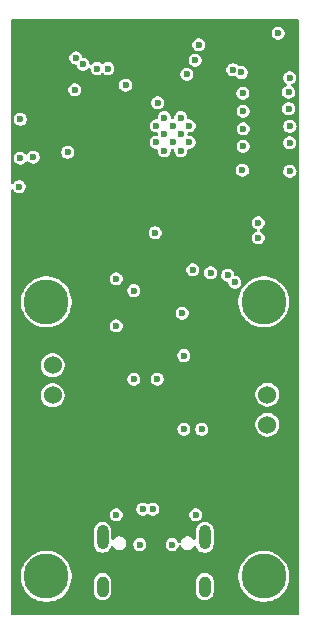
<source format=gbr>
%TF.GenerationSoftware,KiCad,Pcbnew,9.0.5*%
%TF.CreationDate,2025-11-05T17:03:24-05:00*%
%TF.ProjectId,flight-computer,666c6967-6874-42d6-936f-6d7075746572,rev?*%
%TF.SameCoordinates,Original*%
%TF.FileFunction,Copper,L4,Inr*%
%TF.FilePolarity,Positive*%
%FSLAX46Y46*%
G04 Gerber Fmt 4.6, Leading zero omitted, Abs format (unit mm)*
G04 Created by KiCad (PCBNEW 9.0.5) date 2025-11-05 17:03:24*
%MOMM*%
%LPD*%
G01*
G04 APERTURE LIST*
%TA.AperFunction,ComponentPad*%
%ADD10C,1.524000*%
%TD*%
%TA.AperFunction,HeatsinkPad*%
%ADD11O,1.000000X1.800000*%
%TD*%
%TA.AperFunction,HeatsinkPad*%
%ADD12O,1.000000X2.100000*%
%TD*%
%TA.AperFunction,ComponentPad*%
%ADD13C,3.800000*%
%TD*%
%TA.AperFunction,HeatsinkPad*%
%ADD14C,0.600000*%
%TD*%
%TA.AperFunction,ViaPad*%
%ADD15C,0.600000*%
%TD*%
G04 APERTURE END LIST*
D10*
%TO.N,Net-(J6-Pin_2)*%
%TO.C,J6*%
X154281895Y-111071655D03*
%TO.N,Net-(J6-Pin_1)*%
X154281895Y-113611655D03*
%TD*%
%TO.N,VBUS*%
%TO.C,J3*%
X136106895Y-111111555D03*
%TO.N,GND*%
X136106895Y-108571555D03*
%TD*%
D11*
%TO.N,unconnected-(J5-SHIELD-PadS1)_3*%
%TO.C,J5*%
X148981895Y-127321555D03*
D12*
%TO.N,unconnected-(J5-SHIELD-PadS1)_2*%
X148981895Y-123141555D03*
D11*
%TO.N,unconnected-(J5-SHIELD-PadS1)_1*%
X140341895Y-127321555D03*
D12*
%TO.N,unconnected-(J5-SHIELD-PadS1)*%
X140341895Y-123141555D03*
%TD*%
D13*
%TO.N,GND*%
%TO.C,H2*%
X153982000Y-103200000D03*
%TD*%
%TO.N,GND*%
%TO.C,H4*%
X153982000Y-126450000D03*
%TD*%
%TO.N,GND*%
%TO.C,H1*%
X135582000Y-103200000D03*
%TD*%
%TO.N,GND*%
%TO.C,H3*%
X135582000Y-126450000D03*
%TD*%
D14*
%TO.N,GND*%
%TO.C,U2*%
X144867600Y-88300000D03*
X144867600Y-89700000D03*
X145567600Y-87600000D03*
X145567600Y-89000000D03*
X145567600Y-90400000D03*
X146267600Y-88300000D03*
X146267600Y-89700000D03*
X146967600Y-87600000D03*
X146967600Y-89000000D03*
X146967600Y-90400000D03*
X147667600Y-88300000D03*
X147667600Y-89700000D03*
%TD*%
D15*
%TO.N,GND*%
X134481895Y-90946555D03*
X144781895Y-97346555D03*
X148481895Y-81446555D03*
%TO.N,+3.3V*%
X148981895Y-83746555D03*
%TO.N,GND*%
X148181895Y-82746555D03*
%TO.N,+3.3V*%
X148881895Y-118646555D03*
%TO.N,GND*%
X142981895Y-109746555D03*
%TO.N,+3.3V*%
X143256895Y-105246555D03*
%TO.N,GND*%
X142981895Y-102246555D03*
X144981895Y-109746555D03*
X137981895Y-85246555D03*
X152250362Y-90043964D03*
X152223613Y-85524835D03*
X152250801Y-87060929D03*
X152250801Y-88556242D03*
X141481895Y-105246555D03*
%TO.N,+3.3V*%
X144267601Y-85746555D03*
%TO.N,GND*%
X147231895Y-107746555D03*
X147081895Y-104146555D03*
X155201895Y-80446555D03*
X148731895Y-113996555D03*
X144999494Y-86343110D03*
X147231895Y-113996555D03*
X141481895Y-101246555D03*
X148231895Y-121246555D03*
X141481895Y-121246555D03*
X156181895Y-84226555D03*
%TO.N,+3.3V*%
X156161895Y-80446555D03*
X139331895Y-86146555D03*
X148481895Y-95846555D03*
X144181895Y-118246555D03*
X148981895Y-97146555D03*
%TO.N,USB_D-*%
X150931374Y-100946034D03*
X143736895Y-120746555D03*
X153517600Y-96520000D03*
%TO.N,USB_D+*%
X151532416Y-101547076D03*
X144586895Y-120746555D03*
X153517600Y-97790000D03*
%TO.N,Net-(J5-CC2)*%
X146231895Y-123746555D03*
%TO.N,Remote Start 1*%
X149481895Y-100746555D03*
%TO.N,Remote Start 2*%
X147981895Y-100496555D03*
%TO.N,Net-(J5-CC1)*%
X143481895Y-123746555D03*
%TO.N,Net-(J1-Pin_6)*%
X133281895Y-93446555D03*
%TO.N,LSM_CS*%
X151381895Y-83546555D03*
%TO.N,LSM_MISO*%
X140781895Y-83446555D03*
%TO.N,LSM_INT2*%
X147481895Y-83946555D03*
%TO.N,LSM_INT1*%
X142281895Y-84846555D03*
%TO.N,LSM_MOSI*%
X139881895Y-83446555D03*
%TO.N,FIN_DRDY*%
X137381895Y-90546555D03*
%TO.N,FIN_RST*%
X152181895Y-92046555D03*
%TO.N,LSM_SCK*%
X152093410Y-83783727D03*
%TO.N,Net-(J1-Pin_4)*%
X133381895Y-87746555D03*
%TO.N,Net-(J2-Pin_2)*%
X156181895Y-92146555D03*
%TO.N,IMP_OUT1*%
X138081895Y-82546555D03*
%TO.N,IMP_OUT2*%
X138681895Y-83089449D03*
%TO.N,Net-(J1-Pin_5)*%
X133381895Y-91046555D03*
%TO.N,Net-(J2-Pin_6)*%
X156081895Y-85446555D03*
%TO.N,Net-(J2-Pin_4)*%
X156181895Y-88346555D03*
%TO.N,Net-(J2-Pin_3)*%
X156181895Y-89746555D03*
%TO.N,Net-(J2-Pin_5)*%
X156081895Y-86846555D03*
%TD*%
%TA.AperFunction,Conductor*%
%TO.N,+3.3V*%
G36*
X156922539Y-79266740D02*
G01*
X156968294Y-79319544D01*
X156979500Y-79371055D01*
X156979500Y-88259155D01*
X156959815Y-88326194D01*
X156937909Y-88345175D01*
X156948241Y-88351643D01*
X156978019Y-88414849D01*
X156979500Y-88433954D01*
X156979500Y-92059155D01*
X156959815Y-92126194D01*
X156937909Y-92145175D01*
X156948241Y-92151643D01*
X156978019Y-92214849D01*
X156979500Y-92233954D01*
X156979500Y-129622055D01*
X156959815Y-129689094D01*
X156907011Y-129734849D01*
X156855500Y-129746055D01*
X132704500Y-129746055D01*
X132637461Y-129726370D01*
X132591706Y-129673566D01*
X132580500Y-129622055D01*
X132580500Y-126309041D01*
X133431500Y-126309041D01*
X133431500Y-126590958D01*
X133468295Y-126870439D01*
X133541259Y-127142743D01*
X133649135Y-127403179D01*
X133649140Y-127403190D01*
X133790083Y-127647309D01*
X133790088Y-127647317D01*
X133961700Y-127870965D01*
X133961704Y-127870970D01*
X134161029Y-128070295D01*
X134161033Y-128070298D01*
X134161035Y-128070300D01*
X134384683Y-128241912D01*
X134384690Y-128241916D01*
X134628809Y-128382859D01*
X134628814Y-128382861D01*
X134628817Y-128382863D01*
X134889261Y-128490742D01*
X135161558Y-128563704D01*
X135441049Y-128600500D01*
X135441056Y-128600500D01*
X135722944Y-128600500D01*
X135722951Y-128600500D01*
X136002442Y-128563704D01*
X136274739Y-128490742D01*
X136535183Y-128382863D01*
X136779317Y-128241912D01*
X137002965Y-128070300D01*
X137202300Y-127870965D01*
X137260226Y-127795475D01*
X139591394Y-127795475D01*
X139620235Y-127940462D01*
X139620238Y-127940472D01*
X139676807Y-128077043D01*
X139676814Y-128077056D01*
X139758943Y-128199970D01*
X139758946Y-128199974D01*
X139863475Y-128304503D01*
X139863479Y-128304506D01*
X139986393Y-128386635D01*
X139986406Y-128386642D01*
X140122977Y-128443211D01*
X140122982Y-128443213D01*
X140122986Y-128443213D01*
X140122987Y-128443214D01*
X140267974Y-128472055D01*
X140267977Y-128472055D01*
X140415815Y-128472055D01*
X140513357Y-128452651D01*
X140560808Y-128443213D01*
X140697390Y-128386639D01*
X140820311Y-128304506D01*
X140924846Y-128199971D01*
X141006979Y-128077050D01*
X141063553Y-127940468D01*
X141092395Y-127795475D01*
X148231394Y-127795475D01*
X148260235Y-127940462D01*
X148260238Y-127940472D01*
X148316807Y-128077043D01*
X148316814Y-128077056D01*
X148398943Y-128199970D01*
X148398946Y-128199974D01*
X148503475Y-128304503D01*
X148503479Y-128304506D01*
X148626393Y-128386635D01*
X148626406Y-128386642D01*
X148762977Y-128443211D01*
X148762982Y-128443213D01*
X148762986Y-128443213D01*
X148762987Y-128443214D01*
X148907974Y-128472055D01*
X148907977Y-128472055D01*
X149055815Y-128472055D01*
X149153357Y-128452651D01*
X149200808Y-128443213D01*
X149337390Y-128386639D01*
X149460311Y-128304506D01*
X149564846Y-128199971D01*
X149646979Y-128077050D01*
X149703553Y-127940468D01*
X149732395Y-127795473D01*
X149732395Y-126847637D01*
X149732395Y-126847634D01*
X149703554Y-126702647D01*
X149703553Y-126702646D01*
X149703553Y-126702642D01*
X149703551Y-126702637D01*
X149646982Y-126566066D01*
X149646975Y-126566053D01*
X149564846Y-126443139D01*
X149564843Y-126443135D01*
X149460314Y-126338606D01*
X149460310Y-126338603D01*
X149416068Y-126309041D01*
X151831500Y-126309041D01*
X151831500Y-126590958D01*
X151868295Y-126870439D01*
X151941259Y-127142743D01*
X152049135Y-127403179D01*
X152049140Y-127403190D01*
X152190083Y-127647309D01*
X152190088Y-127647317D01*
X152361700Y-127870965D01*
X152361704Y-127870970D01*
X152561029Y-128070295D01*
X152561033Y-128070298D01*
X152561035Y-128070300D01*
X152784683Y-128241912D01*
X152784690Y-128241916D01*
X153028809Y-128382859D01*
X153028814Y-128382861D01*
X153028817Y-128382863D01*
X153289261Y-128490742D01*
X153561558Y-128563704D01*
X153841049Y-128600500D01*
X153841056Y-128600500D01*
X154122944Y-128600500D01*
X154122951Y-128600500D01*
X154402442Y-128563704D01*
X154674739Y-128490742D01*
X154935183Y-128382863D01*
X155179317Y-128241912D01*
X155402965Y-128070300D01*
X155602300Y-127870965D01*
X155773912Y-127647317D01*
X155914863Y-127403183D01*
X156022742Y-127142739D01*
X156095704Y-126870442D01*
X156132500Y-126590951D01*
X156132500Y-126309049D01*
X156095704Y-126029558D01*
X156022742Y-125757261D01*
X155914863Y-125496817D01*
X155914861Y-125496814D01*
X155914859Y-125496809D01*
X155773916Y-125252690D01*
X155773912Y-125252683D01*
X155602300Y-125029035D01*
X155602298Y-125029033D01*
X155602295Y-125029029D01*
X155402970Y-124829704D01*
X155402965Y-124829700D01*
X155179317Y-124658088D01*
X155179311Y-124658084D01*
X155179309Y-124658083D01*
X154935190Y-124517140D01*
X154935179Y-124517135D01*
X154674743Y-124409259D01*
X154402439Y-124336295D01*
X154122958Y-124299500D01*
X154122951Y-124299500D01*
X153841049Y-124299500D01*
X153841041Y-124299500D01*
X153561560Y-124336295D01*
X153289256Y-124409259D01*
X153028820Y-124517135D01*
X153028809Y-124517140D01*
X152784690Y-124658083D01*
X152784682Y-124658089D01*
X152561029Y-124829704D01*
X152361704Y-125029029D01*
X152190089Y-125252682D01*
X152190083Y-125252690D01*
X152049140Y-125496809D01*
X152049135Y-125496820D01*
X151941259Y-125757256D01*
X151868295Y-126029560D01*
X151831500Y-126309041D01*
X149416068Y-126309041D01*
X149337396Y-126256474D01*
X149337383Y-126256467D01*
X149200812Y-126199898D01*
X149200802Y-126199895D01*
X149055815Y-126171055D01*
X149055813Y-126171055D01*
X148907977Y-126171055D01*
X148907975Y-126171055D01*
X148762987Y-126199895D01*
X148762977Y-126199898D01*
X148626406Y-126256467D01*
X148626393Y-126256474D01*
X148503479Y-126338603D01*
X148503475Y-126338606D01*
X148398946Y-126443135D01*
X148398943Y-126443139D01*
X148316814Y-126566053D01*
X148316807Y-126566066D01*
X148260238Y-126702637D01*
X148260235Y-126702647D01*
X148231395Y-126847634D01*
X148231395Y-126847637D01*
X148231395Y-127795473D01*
X148231395Y-127795475D01*
X148231394Y-127795475D01*
X141092395Y-127795475D01*
X141092395Y-127795473D01*
X141092395Y-126847637D01*
X141092395Y-126847634D01*
X141063554Y-126702647D01*
X141063553Y-126702646D01*
X141063553Y-126702642D01*
X141063551Y-126702637D01*
X141006982Y-126566066D01*
X141006975Y-126566053D01*
X140924846Y-126443139D01*
X140924843Y-126443135D01*
X140820314Y-126338606D01*
X140820310Y-126338603D01*
X140697396Y-126256474D01*
X140697383Y-126256467D01*
X140560812Y-126199898D01*
X140560802Y-126199895D01*
X140415815Y-126171055D01*
X140415813Y-126171055D01*
X140267977Y-126171055D01*
X140267975Y-126171055D01*
X140122987Y-126199895D01*
X140122977Y-126199898D01*
X139986406Y-126256467D01*
X139986393Y-126256474D01*
X139863479Y-126338603D01*
X139863475Y-126338606D01*
X139758946Y-126443135D01*
X139758943Y-126443139D01*
X139676814Y-126566053D01*
X139676807Y-126566066D01*
X139620238Y-126702637D01*
X139620235Y-126702647D01*
X139591395Y-126847634D01*
X139591395Y-126847637D01*
X139591395Y-127795473D01*
X139591395Y-127795475D01*
X139591394Y-127795475D01*
X137260226Y-127795475D01*
X137373912Y-127647317D01*
X137514863Y-127403183D01*
X137622742Y-127142739D01*
X137695704Y-126870442D01*
X137732500Y-126590951D01*
X137732500Y-126309049D01*
X137695704Y-126029558D01*
X137622742Y-125757261D01*
X137514863Y-125496817D01*
X137514861Y-125496814D01*
X137514859Y-125496809D01*
X137373916Y-125252690D01*
X137373912Y-125252683D01*
X137202300Y-125029035D01*
X137202298Y-125029033D01*
X137202295Y-125029029D01*
X137002970Y-124829704D01*
X137002965Y-124829700D01*
X136779317Y-124658088D01*
X136779311Y-124658084D01*
X136779309Y-124658083D01*
X136535190Y-124517140D01*
X136535179Y-124517135D01*
X136274743Y-124409259D01*
X136002439Y-124336295D01*
X135722958Y-124299500D01*
X135722951Y-124299500D01*
X135441049Y-124299500D01*
X135441041Y-124299500D01*
X135161560Y-124336295D01*
X134889256Y-124409259D01*
X134628820Y-124517135D01*
X134628809Y-124517140D01*
X134384690Y-124658083D01*
X134384682Y-124658089D01*
X134161029Y-124829704D01*
X133961704Y-125029029D01*
X133790089Y-125252682D01*
X133790083Y-125252690D01*
X133649140Y-125496809D01*
X133649135Y-125496820D01*
X133541259Y-125757256D01*
X133468295Y-126029560D01*
X133431500Y-126309041D01*
X132580500Y-126309041D01*
X132580500Y-123765475D01*
X139591394Y-123765475D01*
X139620235Y-123910462D01*
X139620238Y-123910472D01*
X139676807Y-124047043D01*
X139676814Y-124047056D01*
X139758943Y-124169970D01*
X139758946Y-124169974D01*
X139863475Y-124274503D01*
X139863479Y-124274506D01*
X139986393Y-124356635D01*
X139986406Y-124356642D01*
X140113434Y-124409258D01*
X140122982Y-124413213D01*
X140122986Y-124413213D01*
X140122987Y-124413214D01*
X140267974Y-124442055D01*
X140267977Y-124442055D01*
X140415815Y-124442055D01*
X140513357Y-124422651D01*
X140560808Y-124413213D01*
X140697390Y-124356639D01*
X140820311Y-124274506D01*
X140924846Y-124169971D01*
X141006979Y-124047050D01*
X141050488Y-123942008D01*
X141094326Y-123887610D01*
X141160620Y-123865544D01*
X141228319Y-123882823D01*
X141272434Y-123927464D01*
X141311380Y-123994920D01*
X141418530Y-124102070D01*
X141549760Y-124177836D01*
X141696129Y-124217055D01*
X141696131Y-124217055D01*
X141847659Y-124217055D01*
X141847661Y-124217055D01*
X141994030Y-124177836D01*
X142125260Y-124102070D01*
X142232410Y-123994920D01*
X142308176Y-123863690D01*
X142347395Y-123717321D01*
X142347395Y-123674080D01*
X142931395Y-123674080D01*
X142931395Y-123819030D01*
X142964349Y-123942013D01*
X142968912Y-123959043D01*
X143041383Y-124084566D01*
X143041385Y-124084568D01*
X143041386Y-124084570D01*
X143143880Y-124187064D01*
X143143881Y-124187065D01*
X143143883Y-124187066D01*
X143269406Y-124259537D01*
X143269407Y-124259537D01*
X143269410Y-124259539D01*
X143409420Y-124297055D01*
X143409423Y-124297055D01*
X143554367Y-124297055D01*
X143554370Y-124297055D01*
X143694380Y-124259539D01*
X143819910Y-124187064D01*
X143922404Y-124084570D01*
X143994879Y-123959040D01*
X144032395Y-123819030D01*
X144032395Y-123674080D01*
X145681395Y-123674080D01*
X145681395Y-123819030D01*
X145714349Y-123942013D01*
X145718912Y-123959043D01*
X145791383Y-124084566D01*
X145791385Y-124084568D01*
X145791386Y-124084570D01*
X145893880Y-124187064D01*
X145893881Y-124187065D01*
X145893883Y-124187066D01*
X146019406Y-124259537D01*
X146019407Y-124259537D01*
X146019410Y-124259539D01*
X146159420Y-124297055D01*
X146159423Y-124297055D01*
X146304367Y-124297055D01*
X146304370Y-124297055D01*
X146444380Y-124259539D01*
X146569910Y-124187064D01*
X146672404Y-124084570D01*
X146744879Y-123959040D01*
X146773247Y-123853168D01*
X146809611Y-123793511D01*
X146872458Y-123762982D01*
X146941834Y-123771277D01*
X146995712Y-123815762D01*
X147012794Y-123853168D01*
X147015614Y-123863690D01*
X147091380Y-123994920D01*
X147198530Y-124102070D01*
X147329760Y-124177836D01*
X147476129Y-124217055D01*
X147476131Y-124217055D01*
X147627659Y-124217055D01*
X147627661Y-124217055D01*
X147774030Y-124177836D01*
X147905260Y-124102070D01*
X148012410Y-123994920D01*
X148051355Y-123927464D01*
X148101922Y-123879249D01*
X148170529Y-123866026D01*
X148235394Y-123891994D01*
X148273303Y-123942013D01*
X148316807Y-124047043D01*
X148316814Y-124047056D01*
X148398943Y-124169970D01*
X148398946Y-124169974D01*
X148503475Y-124274503D01*
X148503479Y-124274506D01*
X148626393Y-124356635D01*
X148626406Y-124356642D01*
X148753434Y-124409258D01*
X148762982Y-124413213D01*
X148762986Y-124413213D01*
X148762987Y-124413214D01*
X148907974Y-124442055D01*
X148907977Y-124442055D01*
X149055815Y-124442055D01*
X149153357Y-124422651D01*
X149200808Y-124413213D01*
X149337390Y-124356639D01*
X149460311Y-124274506D01*
X149564846Y-124169971D01*
X149646979Y-124047050D01*
X149703553Y-123910468D01*
X149726818Y-123793511D01*
X149732395Y-123765475D01*
X149732395Y-122517634D01*
X149703554Y-122372647D01*
X149703553Y-122372646D01*
X149703553Y-122372642D01*
X149703551Y-122372637D01*
X149646982Y-122236066D01*
X149646975Y-122236053D01*
X149564846Y-122113139D01*
X149564843Y-122113135D01*
X149460314Y-122008606D01*
X149460310Y-122008603D01*
X149337396Y-121926474D01*
X149337383Y-121926467D01*
X149200812Y-121869898D01*
X149200802Y-121869895D01*
X149055815Y-121841055D01*
X149055813Y-121841055D01*
X148907977Y-121841055D01*
X148907975Y-121841055D01*
X148762987Y-121869895D01*
X148762982Y-121869897D01*
X148702237Y-121895057D01*
X148702227Y-121895062D01*
X148626400Y-121926471D01*
X148536519Y-121986527D01*
X148536498Y-121986539D01*
X148503477Y-122008604D01*
X148398946Y-122113135D01*
X148398943Y-122113139D01*
X148316814Y-122236053D01*
X148316807Y-122236066D01*
X148260238Y-122372637D01*
X148260235Y-122372647D01*
X148231395Y-122517634D01*
X148231395Y-123208285D01*
X148211710Y-123275324D01*
X148158906Y-123321079D01*
X148089748Y-123331023D01*
X148026192Y-123301998D01*
X148018383Y-123293710D01*
X148018157Y-123293937D01*
X147905262Y-123181042D01*
X147905260Y-123181040D01*
X147839645Y-123143157D01*
X147774031Y-123105274D01*
X147700845Y-123085664D01*
X147627661Y-123066055D01*
X147476129Y-123066055D01*
X147329758Y-123105274D01*
X147198530Y-123181040D01*
X147198527Y-123181042D01*
X147091382Y-123288187D01*
X147091380Y-123288190D01*
X147015615Y-123419418D01*
X146984661Y-123534939D01*
X146948296Y-123594599D01*
X146885449Y-123625128D01*
X146816073Y-123616833D01*
X146762195Y-123572348D01*
X146748117Y-123541520D01*
X146747987Y-123541574D01*
X146746478Y-123537931D01*
X146745111Y-123534939D01*
X146744879Y-123534070D01*
X146744877Y-123534066D01*
X146744877Y-123534065D01*
X146672406Y-123408543D01*
X146672401Y-123408537D01*
X146569912Y-123306048D01*
X146569906Y-123306043D01*
X146444383Y-123233572D01*
X146444384Y-123233572D01*
X146432901Y-123230495D01*
X146304370Y-123196055D01*
X146159420Y-123196055D01*
X146030888Y-123230495D01*
X146019406Y-123233572D01*
X145893883Y-123306043D01*
X145893877Y-123306048D01*
X145791388Y-123408537D01*
X145791383Y-123408543D01*
X145718912Y-123534066D01*
X145718911Y-123534070D01*
X145681395Y-123674080D01*
X144032395Y-123674080D01*
X143994879Y-123534070D01*
X143928684Y-123419418D01*
X143922406Y-123408543D01*
X143922401Y-123408537D01*
X143819912Y-123306048D01*
X143819906Y-123306043D01*
X143694383Y-123233572D01*
X143694384Y-123233572D01*
X143682901Y-123230495D01*
X143554370Y-123196055D01*
X143409420Y-123196055D01*
X143280888Y-123230495D01*
X143269406Y-123233572D01*
X143143883Y-123306043D01*
X143143877Y-123306048D01*
X143041388Y-123408537D01*
X143041383Y-123408543D01*
X142968912Y-123534066D01*
X142968911Y-123534070D01*
X142931395Y-123674080D01*
X142347395Y-123674080D01*
X142347395Y-123565789D01*
X142308176Y-123419420D01*
X142232410Y-123288190D01*
X142125260Y-123181040D01*
X142059645Y-123143157D01*
X141994031Y-123105274D01*
X141920845Y-123085664D01*
X141847661Y-123066055D01*
X141696129Y-123066055D01*
X141549758Y-123105274D01*
X141418530Y-123181040D01*
X141418527Y-123181042D01*
X141305633Y-123293937D01*
X141303614Y-123291918D01*
X141258340Y-123324975D01*
X141188593Y-123329128D01*
X141127674Y-123294914D01*
X141094923Y-123233196D01*
X141092395Y-123208285D01*
X141092395Y-122517634D01*
X141063554Y-122372647D01*
X141063553Y-122372646D01*
X141063553Y-122372642D01*
X141063551Y-122372637D01*
X141006982Y-122236066D01*
X141006975Y-122236053D01*
X140924846Y-122113139D01*
X140924843Y-122113135D01*
X140820314Y-122008606D01*
X140820310Y-122008603D01*
X140697396Y-121926474D01*
X140697383Y-121926467D01*
X140560812Y-121869898D01*
X140560802Y-121869895D01*
X140415815Y-121841055D01*
X140415813Y-121841055D01*
X140267977Y-121841055D01*
X140267975Y-121841055D01*
X140122987Y-121869895D01*
X140122977Y-121869898D01*
X139986406Y-121926467D01*
X139986393Y-121926474D01*
X139863479Y-122008603D01*
X139863475Y-122008606D01*
X139758946Y-122113135D01*
X139758943Y-122113139D01*
X139676814Y-122236053D01*
X139676807Y-122236066D01*
X139620238Y-122372637D01*
X139620235Y-122372647D01*
X139591395Y-122517634D01*
X139591395Y-122517637D01*
X139591395Y-123765473D01*
X139591395Y-123765475D01*
X139591394Y-123765475D01*
X132580500Y-123765475D01*
X132580500Y-121174080D01*
X140931395Y-121174080D01*
X140931395Y-121319030D01*
X140968911Y-121459040D01*
X140968912Y-121459043D01*
X141041383Y-121584566D01*
X141041385Y-121584568D01*
X141041386Y-121584570D01*
X141143880Y-121687064D01*
X141143881Y-121687065D01*
X141143883Y-121687066D01*
X141269406Y-121759537D01*
X141269407Y-121759537D01*
X141269410Y-121759539D01*
X141409420Y-121797055D01*
X141409423Y-121797055D01*
X141554367Y-121797055D01*
X141554370Y-121797055D01*
X141694380Y-121759539D01*
X141819910Y-121687064D01*
X141922404Y-121584570D01*
X141994879Y-121459040D01*
X142032395Y-121319030D01*
X142032395Y-121174080D01*
X141994879Y-121034070D01*
X141951560Y-120959040D01*
X141922406Y-120908543D01*
X141922401Y-120908537D01*
X141819912Y-120806048D01*
X141819910Y-120806046D01*
X141694380Y-120733571D01*
X141554370Y-120696055D01*
X141409420Y-120696055D01*
X141280888Y-120730495D01*
X141269406Y-120733572D01*
X141143883Y-120806043D01*
X141143877Y-120806048D01*
X141041388Y-120908537D01*
X141041383Y-120908543D01*
X140968912Y-121034066D01*
X140968911Y-121034070D01*
X140931395Y-121174080D01*
X132580500Y-121174080D01*
X132580500Y-120674080D01*
X143186395Y-120674080D01*
X143186395Y-120819030D01*
X143223911Y-120959040D01*
X143223912Y-120959043D01*
X143296383Y-121084566D01*
X143296385Y-121084568D01*
X143296386Y-121084570D01*
X143398880Y-121187064D01*
X143398881Y-121187065D01*
X143398883Y-121187066D01*
X143524406Y-121259537D01*
X143524407Y-121259537D01*
X143524410Y-121259539D01*
X143664420Y-121297055D01*
X143664423Y-121297055D01*
X143809367Y-121297055D01*
X143809370Y-121297055D01*
X143949380Y-121259539D01*
X144074910Y-121187064D01*
X144074914Y-121187059D01*
X144081356Y-121182117D01*
X144082298Y-121183345D01*
X144135537Y-121154275D01*
X144205229Y-121159259D01*
X144241892Y-121182822D01*
X144242434Y-121182117D01*
X144248883Y-121187066D01*
X144374406Y-121259537D01*
X144374407Y-121259537D01*
X144374410Y-121259539D01*
X144514420Y-121297055D01*
X144514423Y-121297055D01*
X144659367Y-121297055D01*
X144659370Y-121297055D01*
X144799380Y-121259539D01*
X144924910Y-121187064D01*
X144937894Y-121174080D01*
X147681395Y-121174080D01*
X147681395Y-121319030D01*
X147718911Y-121459040D01*
X147718912Y-121459043D01*
X147791383Y-121584566D01*
X147791385Y-121584568D01*
X147791386Y-121584570D01*
X147893880Y-121687064D01*
X147893881Y-121687065D01*
X147893883Y-121687066D01*
X148019406Y-121759537D01*
X148019407Y-121759537D01*
X148019410Y-121759539D01*
X148159420Y-121797055D01*
X148159423Y-121797055D01*
X148304368Y-121797055D01*
X148304370Y-121797055D01*
X148444380Y-121759539D01*
X148569910Y-121687064D01*
X148672404Y-121584570D01*
X148744879Y-121459040D01*
X148782395Y-121319030D01*
X148782395Y-121174080D01*
X148744879Y-121034070D01*
X148701560Y-120959040D01*
X148672406Y-120908543D01*
X148672401Y-120908537D01*
X148569912Y-120806048D01*
X148569906Y-120806043D01*
X148444383Y-120733572D01*
X148444384Y-120733572D01*
X148432901Y-120730495D01*
X148304370Y-120696055D01*
X148159420Y-120696055D01*
X148030888Y-120730495D01*
X148019406Y-120733572D01*
X147893883Y-120806043D01*
X147893877Y-120806048D01*
X147791388Y-120908537D01*
X147791383Y-120908543D01*
X147718912Y-121034066D01*
X147718911Y-121034070D01*
X147681395Y-121174080D01*
X144937894Y-121174080D01*
X145027404Y-121084570D01*
X145099879Y-120959040D01*
X145137395Y-120819030D01*
X145137395Y-120674080D01*
X145099879Y-120534070D01*
X145027404Y-120408540D01*
X144924910Y-120306046D01*
X144924908Y-120306045D01*
X144924906Y-120306043D01*
X144799383Y-120233572D01*
X144799384Y-120233572D01*
X144787901Y-120230495D01*
X144659370Y-120196055D01*
X144514420Y-120196055D01*
X144385888Y-120230495D01*
X144374406Y-120233572D01*
X144248883Y-120306043D01*
X144242434Y-120310993D01*
X144241491Y-120309764D01*
X144188253Y-120338835D01*
X144118561Y-120333851D01*
X144081897Y-120310287D01*
X144081356Y-120310993D01*
X144074906Y-120306043D01*
X143949383Y-120233572D01*
X143949384Y-120233572D01*
X143937901Y-120230495D01*
X143809370Y-120196055D01*
X143664420Y-120196055D01*
X143535888Y-120230495D01*
X143524406Y-120233572D01*
X143398883Y-120306043D01*
X143398877Y-120306048D01*
X143296388Y-120408537D01*
X143296383Y-120408543D01*
X143223912Y-120534066D01*
X143223911Y-120534070D01*
X143186395Y-120674080D01*
X132580500Y-120674080D01*
X132580500Y-113924080D01*
X146681395Y-113924080D01*
X146681395Y-114069030D01*
X146687352Y-114091260D01*
X146718912Y-114209043D01*
X146791383Y-114334566D01*
X146791385Y-114334568D01*
X146791386Y-114334570D01*
X146893880Y-114437064D01*
X146893881Y-114437065D01*
X146893883Y-114437066D01*
X147019406Y-114509537D01*
X147019407Y-114509537D01*
X147019410Y-114509539D01*
X147159420Y-114547055D01*
X147159423Y-114547055D01*
X147304367Y-114547055D01*
X147304370Y-114547055D01*
X147444380Y-114509539D01*
X147569910Y-114437064D01*
X147672404Y-114334570D01*
X147744879Y-114209040D01*
X147782395Y-114069030D01*
X147782395Y-113924080D01*
X148181395Y-113924080D01*
X148181395Y-114069030D01*
X148187352Y-114091260D01*
X148218912Y-114209043D01*
X148291383Y-114334566D01*
X148291385Y-114334568D01*
X148291386Y-114334570D01*
X148393880Y-114437064D01*
X148393881Y-114437065D01*
X148393883Y-114437066D01*
X148519406Y-114509537D01*
X148519407Y-114509537D01*
X148519410Y-114509539D01*
X148659420Y-114547055D01*
X148659423Y-114547055D01*
X148804367Y-114547055D01*
X148804370Y-114547055D01*
X148944380Y-114509539D01*
X149069910Y-114437064D01*
X149172404Y-114334570D01*
X149244879Y-114209040D01*
X149282395Y-114069030D01*
X149282395Y-113924080D01*
X149244879Y-113784070D01*
X149202911Y-113711380D01*
X153269394Y-113711380D01*
X153308303Y-113906984D01*
X153308306Y-113906994D01*
X153384625Y-114091247D01*
X153384632Y-114091260D01*
X153495434Y-114257085D01*
X153495437Y-114257089D01*
X153636460Y-114398112D01*
X153636464Y-114398115D01*
X153802289Y-114508917D01*
X153802302Y-114508924D01*
X153894360Y-114547055D01*
X153986560Y-114585245D01*
X153986564Y-114585245D01*
X153986565Y-114585246D01*
X154182169Y-114624155D01*
X154182172Y-114624155D01*
X154381620Y-114624155D01*
X154513219Y-114597977D01*
X154577230Y-114585245D01*
X154761494Y-114508921D01*
X154927326Y-114398115D01*
X155068355Y-114257086D01*
X155179161Y-114091254D01*
X155255485Y-113906990D01*
X155279936Y-113784070D01*
X155294395Y-113711380D01*
X155294395Y-113511929D01*
X155255486Y-113316325D01*
X155255485Y-113316324D01*
X155255485Y-113316320D01*
X155255483Y-113316315D01*
X155179164Y-113132062D01*
X155179157Y-113132049D01*
X155068355Y-112966224D01*
X155068352Y-112966220D01*
X154927329Y-112825197D01*
X154927325Y-112825194D01*
X154761500Y-112714392D01*
X154761487Y-112714385D01*
X154577234Y-112638066D01*
X154577224Y-112638063D01*
X154381620Y-112599155D01*
X154381618Y-112599155D01*
X154182172Y-112599155D01*
X154182170Y-112599155D01*
X153986565Y-112638063D01*
X153986555Y-112638066D01*
X153802302Y-112714385D01*
X153802289Y-112714392D01*
X153636464Y-112825194D01*
X153636460Y-112825197D01*
X153495437Y-112966220D01*
X153495434Y-112966224D01*
X153384632Y-113132049D01*
X153384625Y-113132062D01*
X153308306Y-113316315D01*
X153308303Y-113316325D01*
X153269395Y-113511929D01*
X153269395Y-113511932D01*
X153269395Y-113711378D01*
X153269395Y-113711380D01*
X153269394Y-113711380D01*
X149202911Y-113711380D01*
X149172406Y-113658543D01*
X149172401Y-113658537D01*
X149069912Y-113556048D01*
X149069906Y-113556043D01*
X148944383Y-113483572D01*
X148944384Y-113483572D01*
X148932901Y-113480495D01*
X148804370Y-113446055D01*
X148659420Y-113446055D01*
X148530888Y-113480495D01*
X148519406Y-113483572D01*
X148393883Y-113556043D01*
X148393877Y-113556048D01*
X148291388Y-113658537D01*
X148291383Y-113658543D01*
X148218912Y-113784066D01*
X148218911Y-113784070D01*
X148181395Y-113924080D01*
X147782395Y-113924080D01*
X147744879Y-113784070D01*
X147702911Y-113711380D01*
X147672406Y-113658543D01*
X147672401Y-113658537D01*
X147569912Y-113556048D01*
X147569906Y-113556043D01*
X147444383Y-113483572D01*
X147444384Y-113483572D01*
X147432901Y-113480495D01*
X147304370Y-113446055D01*
X147159420Y-113446055D01*
X147030888Y-113480495D01*
X147019406Y-113483572D01*
X146893883Y-113556043D01*
X146893877Y-113556048D01*
X146791388Y-113658537D01*
X146791383Y-113658543D01*
X146718912Y-113784066D01*
X146718911Y-113784070D01*
X146681395Y-113924080D01*
X132580500Y-113924080D01*
X132580500Y-111211280D01*
X135094394Y-111211280D01*
X135133303Y-111406884D01*
X135133306Y-111406894D01*
X135209625Y-111591147D01*
X135209632Y-111591160D01*
X135320434Y-111756985D01*
X135320437Y-111756989D01*
X135461460Y-111898012D01*
X135461464Y-111898015D01*
X135627289Y-112008817D01*
X135627302Y-112008824D01*
X135715234Y-112045246D01*
X135811560Y-112085145D01*
X135811564Y-112085145D01*
X135811565Y-112085146D01*
X136007169Y-112124055D01*
X136007172Y-112124055D01*
X136206620Y-112124055D01*
X136338219Y-112097877D01*
X136402230Y-112085145D01*
X136586494Y-112008821D01*
X136752326Y-111898015D01*
X136893355Y-111756986D01*
X137004161Y-111591154D01*
X137020686Y-111551260D01*
X137080483Y-111406894D01*
X137080485Y-111406890D01*
X137119395Y-111211278D01*
X137119395Y-111171380D01*
X153269394Y-111171380D01*
X153308303Y-111366984D01*
X153308306Y-111366994D01*
X153384625Y-111551247D01*
X153384632Y-111551260D01*
X153495434Y-111717085D01*
X153495437Y-111717089D01*
X153636460Y-111858112D01*
X153636464Y-111858115D01*
X153802289Y-111968917D01*
X153802302Y-111968924D01*
X153986555Y-112045243D01*
X153986560Y-112045245D01*
X153986564Y-112045245D01*
X153986565Y-112045246D01*
X154182169Y-112084155D01*
X154182172Y-112084155D01*
X154381620Y-112084155D01*
X154513219Y-112057977D01*
X154577230Y-112045245D01*
X154761494Y-111968921D01*
X154927326Y-111858115D01*
X155068355Y-111717086D01*
X155179161Y-111551254D01*
X155255485Y-111366990D01*
X155286458Y-111211280D01*
X155294395Y-111171380D01*
X155294395Y-110971929D01*
X155255486Y-110776325D01*
X155255485Y-110776324D01*
X155255485Y-110776320D01*
X155255483Y-110776315D01*
X155179164Y-110592062D01*
X155179157Y-110592049D01*
X155068355Y-110426224D01*
X155068352Y-110426220D01*
X154927329Y-110285197D01*
X154927325Y-110285194D01*
X154761500Y-110174392D01*
X154761487Y-110174385D01*
X154577234Y-110098066D01*
X154577224Y-110098063D01*
X154381620Y-110059155D01*
X154381618Y-110059155D01*
X154182172Y-110059155D01*
X154182170Y-110059155D01*
X153986565Y-110098063D01*
X153986555Y-110098066D01*
X153802302Y-110174385D01*
X153802289Y-110174392D01*
X153636464Y-110285194D01*
X153636460Y-110285197D01*
X153495437Y-110426220D01*
X153495434Y-110426224D01*
X153384632Y-110592049D01*
X153384625Y-110592062D01*
X153308306Y-110776315D01*
X153308303Y-110776325D01*
X153269395Y-110971929D01*
X153269395Y-110971932D01*
X153269395Y-111171378D01*
X153269395Y-111171380D01*
X153269394Y-111171380D01*
X137119395Y-111171380D01*
X137119395Y-111011832D01*
X137119395Y-111011829D01*
X137115059Y-110990032D01*
X137115059Y-110990031D01*
X137080486Y-110816227D01*
X137080486Y-110816225D01*
X137080485Y-110816220D01*
X137063956Y-110776315D01*
X137004164Y-110631962D01*
X137004157Y-110631949D01*
X136893355Y-110466124D01*
X136893352Y-110466120D01*
X136752329Y-110325097D01*
X136752325Y-110325094D01*
X136586500Y-110214292D01*
X136586487Y-110214285D01*
X136402234Y-110137966D01*
X136402224Y-110137963D01*
X136206620Y-110099055D01*
X136206618Y-110099055D01*
X136007172Y-110099055D01*
X136007170Y-110099055D01*
X135811565Y-110137963D01*
X135811555Y-110137966D01*
X135627302Y-110214285D01*
X135627289Y-110214292D01*
X135461464Y-110325094D01*
X135461460Y-110325097D01*
X135320437Y-110466120D01*
X135320434Y-110466124D01*
X135209632Y-110631949D01*
X135209625Y-110631962D01*
X135133306Y-110816215D01*
X135133303Y-110816225D01*
X135094395Y-111011829D01*
X135094395Y-111011832D01*
X135094395Y-111211278D01*
X135094395Y-111211280D01*
X135094394Y-111211280D01*
X132580500Y-111211280D01*
X132580500Y-109674080D01*
X142431395Y-109674080D01*
X142431395Y-109819030D01*
X142468911Y-109959040D01*
X142468912Y-109959043D01*
X142541383Y-110084566D01*
X142541385Y-110084568D01*
X142541386Y-110084570D01*
X142643880Y-110187064D01*
X142643881Y-110187065D01*
X142643883Y-110187066D01*
X142769406Y-110259537D01*
X142769407Y-110259537D01*
X142769410Y-110259539D01*
X142909420Y-110297055D01*
X142909423Y-110297055D01*
X143054367Y-110297055D01*
X143054370Y-110297055D01*
X143194380Y-110259539D01*
X143319910Y-110187064D01*
X143422404Y-110084570D01*
X143494879Y-109959040D01*
X143532395Y-109819030D01*
X143532395Y-109674080D01*
X144431395Y-109674080D01*
X144431395Y-109819030D01*
X144468911Y-109959040D01*
X144468912Y-109959043D01*
X144541383Y-110084566D01*
X144541385Y-110084568D01*
X144541386Y-110084570D01*
X144643880Y-110187064D01*
X144643881Y-110187065D01*
X144643883Y-110187066D01*
X144769406Y-110259537D01*
X144769407Y-110259537D01*
X144769410Y-110259539D01*
X144909420Y-110297055D01*
X144909423Y-110297055D01*
X145054367Y-110297055D01*
X145054370Y-110297055D01*
X145194380Y-110259539D01*
X145319910Y-110187064D01*
X145422404Y-110084570D01*
X145494879Y-109959040D01*
X145532395Y-109819030D01*
X145532395Y-109674080D01*
X145494879Y-109534070D01*
X145457207Y-109468821D01*
X145422406Y-109408543D01*
X145422401Y-109408537D01*
X145319912Y-109306048D01*
X145319906Y-109306043D01*
X145194383Y-109233572D01*
X145194384Y-109233572D01*
X145182901Y-109230495D01*
X145054370Y-109196055D01*
X144909420Y-109196055D01*
X144780888Y-109230495D01*
X144769406Y-109233572D01*
X144643883Y-109306043D01*
X144643877Y-109306048D01*
X144541388Y-109408537D01*
X144541383Y-109408543D01*
X144468912Y-109534066D01*
X144468911Y-109534070D01*
X144431395Y-109674080D01*
X143532395Y-109674080D01*
X143494879Y-109534070D01*
X143457207Y-109468821D01*
X143422406Y-109408543D01*
X143422401Y-109408537D01*
X143319912Y-109306048D01*
X143319906Y-109306043D01*
X143194383Y-109233572D01*
X143194384Y-109233572D01*
X143182901Y-109230495D01*
X143054370Y-109196055D01*
X142909420Y-109196055D01*
X142780888Y-109230495D01*
X142769406Y-109233572D01*
X142643883Y-109306043D01*
X142643877Y-109306048D01*
X142541388Y-109408537D01*
X142541383Y-109408543D01*
X142468912Y-109534066D01*
X142468911Y-109534070D01*
X142431395Y-109674080D01*
X132580500Y-109674080D01*
X132580500Y-108671280D01*
X135094394Y-108671280D01*
X135133303Y-108866884D01*
X135133306Y-108866894D01*
X135209625Y-109051147D01*
X135209632Y-109051160D01*
X135320434Y-109216985D01*
X135320437Y-109216989D01*
X135461460Y-109358012D01*
X135461464Y-109358015D01*
X135627289Y-109468817D01*
X135627302Y-109468824D01*
X135784822Y-109534070D01*
X135811560Y-109545145D01*
X135811564Y-109545145D01*
X135811565Y-109545146D01*
X136007169Y-109584055D01*
X136007172Y-109584055D01*
X136206620Y-109584055D01*
X136206621Y-109584054D01*
X136303139Y-109564855D01*
X136402221Y-109545147D01*
X136402222Y-109545146D01*
X136402230Y-109545145D01*
X136586494Y-109468821D01*
X136752326Y-109358015D01*
X136893355Y-109216986D01*
X137004161Y-109051154D01*
X137080485Y-108866890D01*
X137119395Y-108671278D01*
X137119395Y-108471832D01*
X137119395Y-108471829D01*
X137080486Y-108276225D01*
X137080485Y-108276224D01*
X137080485Y-108276220D01*
X137043556Y-108187064D01*
X137004164Y-108091962D01*
X137004157Y-108091949D01*
X136893355Y-107926124D01*
X136893352Y-107926120D01*
X136752329Y-107785097D01*
X136752325Y-107785094D01*
X136728321Y-107769055D01*
X136586500Y-107674292D01*
X136586487Y-107674285D01*
X136585992Y-107674080D01*
X146681395Y-107674080D01*
X146681395Y-107819030D01*
X146710090Y-107926120D01*
X146718912Y-107959043D01*
X146791383Y-108084566D01*
X146791385Y-108084568D01*
X146791386Y-108084570D01*
X146893880Y-108187064D01*
X146893881Y-108187065D01*
X146893883Y-108187066D01*
X147019406Y-108259537D01*
X147019407Y-108259537D01*
X147019410Y-108259539D01*
X147159420Y-108297055D01*
X147159423Y-108297055D01*
X147304367Y-108297055D01*
X147304370Y-108297055D01*
X147444380Y-108259539D01*
X147569910Y-108187064D01*
X147672404Y-108084570D01*
X147744879Y-107959040D01*
X147782395Y-107819030D01*
X147782395Y-107674080D01*
X147744879Y-107534070D01*
X147672404Y-107408540D01*
X147569910Y-107306046D01*
X147569908Y-107306045D01*
X147569906Y-107306043D01*
X147444383Y-107233572D01*
X147444384Y-107233572D01*
X147432901Y-107230495D01*
X147304370Y-107196055D01*
X147159420Y-107196055D01*
X147030888Y-107230495D01*
X147019406Y-107233572D01*
X146893883Y-107306043D01*
X146893877Y-107306048D01*
X146791388Y-107408537D01*
X146791383Y-107408543D01*
X146718912Y-107534066D01*
X146718911Y-107534070D01*
X146681395Y-107674080D01*
X136585992Y-107674080D01*
X136402234Y-107597966D01*
X136402224Y-107597963D01*
X136206620Y-107559055D01*
X136206618Y-107559055D01*
X136007172Y-107559055D01*
X136007170Y-107559055D01*
X135811565Y-107597963D01*
X135811555Y-107597966D01*
X135627302Y-107674285D01*
X135627289Y-107674292D01*
X135461464Y-107785094D01*
X135461460Y-107785097D01*
X135320437Y-107926120D01*
X135320434Y-107926124D01*
X135209632Y-108091949D01*
X135209625Y-108091962D01*
X135133306Y-108276215D01*
X135133303Y-108276225D01*
X135094395Y-108471829D01*
X135094395Y-108471832D01*
X135094395Y-108671278D01*
X135094395Y-108671280D01*
X135094394Y-108671280D01*
X132580500Y-108671280D01*
X132580500Y-103059041D01*
X133431500Y-103059041D01*
X133431500Y-103340958D01*
X133468295Y-103620439D01*
X133541259Y-103892743D01*
X133649135Y-104153179D01*
X133649140Y-104153190D01*
X133767990Y-104359043D01*
X133790088Y-104397317D01*
X133961700Y-104620965D01*
X133961704Y-104620970D01*
X134161029Y-104820295D01*
X134161033Y-104820298D01*
X134161035Y-104820300D01*
X134384683Y-104991912D01*
X134384690Y-104991916D01*
X134628809Y-105132859D01*
X134628814Y-105132861D01*
X134628817Y-105132863D01*
X134889261Y-105240742D01*
X135161558Y-105313704D01*
X135441049Y-105350500D01*
X135441056Y-105350500D01*
X135722944Y-105350500D01*
X135722951Y-105350500D01*
X136002442Y-105313704D01*
X136274739Y-105240742D01*
X136435676Y-105174080D01*
X140931395Y-105174080D01*
X140931395Y-105319030D01*
X140968911Y-105459040D01*
X140968912Y-105459043D01*
X141041383Y-105584566D01*
X141041385Y-105584568D01*
X141041386Y-105584570D01*
X141143880Y-105687064D01*
X141143881Y-105687065D01*
X141143883Y-105687066D01*
X141269406Y-105759537D01*
X141269407Y-105759537D01*
X141269410Y-105759539D01*
X141409420Y-105797055D01*
X141409423Y-105797055D01*
X141554367Y-105797055D01*
X141554370Y-105797055D01*
X141694380Y-105759539D01*
X141819910Y-105687064D01*
X141922404Y-105584570D01*
X141994879Y-105459040D01*
X142032395Y-105319030D01*
X142032395Y-105174080D01*
X141994879Y-105034070D01*
X141970541Y-104991916D01*
X141922406Y-104908543D01*
X141922401Y-104908537D01*
X141819912Y-104806048D01*
X141819906Y-104806043D01*
X141694383Y-104733572D01*
X141694384Y-104733572D01*
X141682901Y-104730495D01*
X141554370Y-104696055D01*
X141409420Y-104696055D01*
X141280888Y-104730495D01*
X141269406Y-104733572D01*
X141143883Y-104806043D01*
X141143877Y-104806048D01*
X141041388Y-104908537D01*
X141041383Y-104908543D01*
X140968912Y-105034066D01*
X140968911Y-105034070D01*
X140931395Y-105174080D01*
X136435676Y-105174080D01*
X136535183Y-105132863D01*
X136779317Y-104991912D01*
X137002965Y-104820300D01*
X137202300Y-104620965D01*
X137373912Y-104397317D01*
X137514863Y-104153183D01*
X137547628Y-104074082D01*
X137547629Y-104074080D01*
X146531395Y-104074080D01*
X146531395Y-104219030D01*
X146568911Y-104359040D01*
X146568912Y-104359043D01*
X146641383Y-104484566D01*
X146641385Y-104484568D01*
X146641386Y-104484570D01*
X146743880Y-104587064D01*
X146743881Y-104587065D01*
X146743883Y-104587066D01*
X146869406Y-104659537D01*
X146869407Y-104659537D01*
X146869410Y-104659539D01*
X147009420Y-104697055D01*
X147009423Y-104697055D01*
X147154367Y-104697055D01*
X147154370Y-104697055D01*
X147294380Y-104659539D01*
X147419910Y-104587064D01*
X147522404Y-104484570D01*
X147594879Y-104359040D01*
X147632395Y-104219030D01*
X147632395Y-104074080D01*
X147594879Y-103934070D01*
X147571016Y-103892739D01*
X147522406Y-103808543D01*
X147522401Y-103808537D01*
X147419912Y-103706048D01*
X147419906Y-103706043D01*
X147294383Y-103633572D01*
X147294384Y-103633572D01*
X147245382Y-103620442D01*
X147154370Y-103596055D01*
X147009420Y-103596055D01*
X146918408Y-103620442D01*
X146869406Y-103633572D01*
X146743883Y-103706043D01*
X146743877Y-103706048D01*
X146641388Y-103808537D01*
X146641383Y-103808543D01*
X146568912Y-103934066D01*
X146568911Y-103934070D01*
X146531395Y-104074080D01*
X137547629Y-104074080D01*
X137570651Y-104018500D01*
X137570651Y-104018498D01*
X137622739Y-103892746D01*
X137622740Y-103892743D01*
X137622742Y-103892739D01*
X137695704Y-103620442D01*
X137732500Y-103340951D01*
X137732500Y-103059049D01*
X137732499Y-103059041D01*
X151831500Y-103059041D01*
X151831500Y-103340958D01*
X151868295Y-103620439D01*
X151941259Y-103892743D01*
X152049135Y-104153179D01*
X152049140Y-104153190D01*
X152167990Y-104359043D01*
X152190088Y-104397317D01*
X152361700Y-104620965D01*
X152361704Y-104620970D01*
X152561029Y-104820295D01*
X152561033Y-104820298D01*
X152561035Y-104820300D01*
X152784683Y-104991912D01*
X152784690Y-104991916D01*
X153028809Y-105132859D01*
X153028814Y-105132861D01*
X153028817Y-105132863D01*
X153289261Y-105240742D01*
X153561558Y-105313704D01*
X153841049Y-105350500D01*
X153841056Y-105350500D01*
X154122944Y-105350500D01*
X154122951Y-105350500D01*
X154402442Y-105313704D01*
X154674739Y-105240742D01*
X154935183Y-105132863D01*
X155179317Y-104991912D01*
X155402965Y-104820300D01*
X155602300Y-104620965D01*
X155773912Y-104397317D01*
X155914863Y-104153183D01*
X156022742Y-103892739D01*
X156095704Y-103620442D01*
X156132500Y-103340951D01*
X156132500Y-103059049D01*
X156095704Y-102779558D01*
X156022742Y-102507261D01*
X155914863Y-102246817D01*
X155914860Y-102246812D01*
X155914859Y-102246809D01*
X155773916Y-102002690D01*
X155773915Y-102002689D01*
X155773912Y-102002683D01*
X155602300Y-101779035D01*
X155602298Y-101779033D01*
X155602295Y-101779029D01*
X155402970Y-101579704D01*
X155402965Y-101579700D01*
X155179317Y-101408088D01*
X155179311Y-101408084D01*
X155179309Y-101408083D01*
X154935190Y-101267140D01*
X154935179Y-101267135D01*
X154674743Y-101159259D01*
X154402439Y-101086295D01*
X154122958Y-101049500D01*
X154122951Y-101049500D01*
X153841049Y-101049500D01*
X153841041Y-101049500D01*
X153561560Y-101086295D01*
X153289256Y-101159259D01*
X153028820Y-101267135D01*
X153028809Y-101267140D01*
X152784690Y-101408083D01*
X152784682Y-101408089D01*
X152561029Y-101579704D01*
X152361704Y-101779029D01*
X152361696Y-101779039D01*
X152194318Y-101997167D01*
X152194307Y-101997184D01*
X152190088Y-102002683D01*
X152177476Y-102024526D01*
X152177456Y-102024560D01*
X152049140Y-102246809D01*
X152049135Y-102246820D01*
X151941259Y-102507256D01*
X151868295Y-102779560D01*
X151831500Y-103059041D01*
X137732499Y-103059041D01*
X137695704Y-102779558D01*
X137622742Y-102507261D01*
X137514863Y-102246817D01*
X137472868Y-102174080D01*
X142431395Y-102174080D01*
X142431395Y-102319030D01*
X142468911Y-102459040D01*
X142468912Y-102459043D01*
X142541383Y-102584566D01*
X142541385Y-102584568D01*
X142541386Y-102584570D01*
X142643880Y-102687064D01*
X142643881Y-102687065D01*
X142643883Y-102687066D01*
X142769406Y-102759537D01*
X142769407Y-102759537D01*
X142769410Y-102759539D01*
X142909420Y-102797055D01*
X142909423Y-102797055D01*
X143054367Y-102797055D01*
X143054370Y-102797055D01*
X143194380Y-102759539D01*
X143319910Y-102687064D01*
X143422404Y-102584570D01*
X143494879Y-102459040D01*
X143532395Y-102319030D01*
X143532395Y-102174080D01*
X143494879Y-102034070D01*
X143489388Y-102024560D01*
X143422406Y-101908543D01*
X143422401Y-101908537D01*
X143319912Y-101806048D01*
X143319906Y-101806043D01*
X143194383Y-101733572D01*
X143194384Y-101733572D01*
X143182901Y-101730495D01*
X143054370Y-101696055D01*
X142909420Y-101696055D01*
X142780888Y-101730495D01*
X142769406Y-101733572D01*
X142643883Y-101806043D01*
X142643877Y-101806048D01*
X142541388Y-101908537D01*
X142541383Y-101908543D01*
X142468912Y-102034066D01*
X142468911Y-102034070D01*
X142431395Y-102174080D01*
X137472868Y-102174080D01*
X137373912Y-102002683D01*
X137202300Y-101779035D01*
X137202298Y-101779033D01*
X137202295Y-101779029D01*
X137002970Y-101579704D01*
X137002965Y-101579700D01*
X136779317Y-101408088D01*
X136779311Y-101408084D01*
X136779309Y-101408083D01*
X136545928Y-101273340D01*
X136535190Y-101267140D01*
X136535179Y-101267135D01*
X136310524Y-101174080D01*
X140931395Y-101174080D01*
X140931395Y-101319030D01*
X140955259Y-101408089D01*
X140968912Y-101459043D01*
X141041383Y-101584566D01*
X141041385Y-101584568D01*
X141041386Y-101584570D01*
X141143880Y-101687064D01*
X141143881Y-101687065D01*
X141143883Y-101687066D01*
X141269406Y-101759537D01*
X141269407Y-101759537D01*
X141269410Y-101759539D01*
X141409420Y-101797055D01*
X141409423Y-101797055D01*
X141554367Y-101797055D01*
X141554370Y-101797055D01*
X141694380Y-101759539D01*
X141819910Y-101687064D01*
X141922404Y-101584570D01*
X141994879Y-101459040D01*
X142032395Y-101319030D01*
X142032395Y-101174080D01*
X141994879Y-101034070D01*
X141951561Y-100959042D01*
X141922406Y-100908543D01*
X141922401Y-100908537D01*
X141819912Y-100806048D01*
X141819906Y-100806043D01*
X141694383Y-100733572D01*
X141694384Y-100733572D01*
X141682901Y-100730495D01*
X141554370Y-100696055D01*
X141409420Y-100696055D01*
X141280888Y-100730495D01*
X141269406Y-100733572D01*
X141143883Y-100806043D01*
X141143877Y-100806048D01*
X141041388Y-100908537D01*
X141041383Y-100908543D01*
X140968912Y-101034066D01*
X140968911Y-101034070D01*
X140931395Y-101174080D01*
X136310524Y-101174080D01*
X136274743Y-101159259D01*
X136002439Y-101086295D01*
X135722958Y-101049500D01*
X135722951Y-101049500D01*
X135441049Y-101049500D01*
X135441041Y-101049500D01*
X135161560Y-101086295D01*
X134889256Y-101159259D01*
X134628820Y-101267135D01*
X134628809Y-101267140D01*
X134384690Y-101408083D01*
X134384682Y-101408089D01*
X134161029Y-101579704D01*
X133961704Y-101779029D01*
X133837814Y-101940485D01*
X133801676Y-101987582D01*
X133790089Y-102002682D01*
X133790083Y-102002690D01*
X133649140Y-102246809D01*
X133649135Y-102246820D01*
X133541259Y-102507256D01*
X133468295Y-102779560D01*
X133431500Y-103059041D01*
X132580500Y-103059041D01*
X132580500Y-100424080D01*
X147431395Y-100424080D01*
X147431395Y-100569030D01*
X147459544Y-100674082D01*
X147468912Y-100709043D01*
X147541383Y-100834566D01*
X147541385Y-100834568D01*
X147541386Y-100834570D01*
X147643880Y-100937064D01*
X147643881Y-100937065D01*
X147643883Y-100937066D01*
X147769406Y-101009537D01*
X147769407Y-101009537D01*
X147769410Y-101009539D01*
X147909420Y-101047055D01*
X147909423Y-101047055D01*
X148054367Y-101047055D01*
X148054370Y-101047055D01*
X148194380Y-101009539D01*
X148319910Y-100937064D01*
X148422404Y-100834570D01*
X148494879Y-100709040D01*
X148504247Y-100674080D01*
X148931395Y-100674080D01*
X148931395Y-100819030D01*
X148963023Y-100937066D01*
X148968912Y-100959043D01*
X149041383Y-101084566D01*
X149041385Y-101084568D01*
X149041386Y-101084570D01*
X149143880Y-101187064D01*
X149143881Y-101187065D01*
X149143883Y-101187066D01*
X149269406Y-101259537D01*
X149269407Y-101259537D01*
X149269410Y-101259539D01*
X149409420Y-101297055D01*
X149409423Y-101297055D01*
X149554367Y-101297055D01*
X149554370Y-101297055D01*
X149694380Y-101259539D01*
X149819910Y-101187064D01*
X149922404Y-101084570D01*
X149994879Y-100959040D01*
X150017784Y-100873559D01*
X150380874Y-100873559D01*
X150380874Y-101018509D01*
X150404470Y-101106569D01*
X150418391Y-101158522D01*
X150490862Y-101284045D01*
X150490864Y-101284047D01*
X150490865Y-101284049D01*
X150593359Y-101386543D01*
X150593360Y-101386544D01*
X150593362Y-101386545D01*
X150718885Y-101459016D01*
X150718886Y-101459016D01*
X150718889Y-101459018D01*
X150858899Y-101496534D01*
X150858902Y-101496534D01*
X150866959Y-101497595D01*
X150866756Y-101499129D01*
X150924955Y-101516219D01*
X150970710Y-101569023D01*
X150979973Y-101611607D01*
X150980855Y-101611491D01*
X150981915Y-101619547D01*
X150981916Y-101619550D01*
X150981916Y-101619551D01*
X151002415Y-101696055D01*
X151019433Y-101759564D01*
X151091904Y-101885087D01*
X151091906Y-101885089D01*
X151091907Y-101885091D01*
X151194401Y-101987585D01*
X151194402Y-101987586D01*
X151194404Y-101987587D01*
X151319927Y-102060058D01*
X151319928Y-102060058D01*
X151319931Y-102060060D01*
X151459941Y-102097576D01*
X151459944Y-102097576D01*
X151604888Y-102097576D01*
X151604891Y-102097576D01*
X151744901Y-102060060D01*
X151870431Y-101987585D01*
X151972925Y-101885091D01*
X152045400Y-101759561D01*
X152082916Y-101619551D01*
X152082916Y-101474601D01*
X152045400Y-101334591D01*
X152016219Y-101284049D01*
X151972927Y-101209064D01*
X151972922Y-101209058D01*
X151870433Y-101106569D01*
X151870427Y-101106564D01*
X151744904Y-101034093D01*
X151744905Y-101034093D01*
X151653269Y-101009539D01*
X151604891Y-100996576D01*
X151604887Y-100996575D01*
X151596831Y-100995515D01*
X151597033Y-100993980D01*
X151538835Y-100976891D01*
X151493080Y-100924087D01*
X151483816Y-100881502D01*
X151482935Y-100881619D01*
X151481874Y-100873562D01*
X151481874Y-100873561D01*
X151481874Y-100873559D01*
X151444358Y-100733549D01*
X151430209Y-100709043D01*
X151371885Y-100608022D01*
X151371880Y-100608016D01*
X151269391Y-100505527D01*
X151269385Y-100505522D01*
X151143862Y-100433051D01*
X151143863Y-100433051D01*
X151110390Y-100424082D01*
X151003849Y-100395534D01*
X150858899Y-100395534D01*
X150752358Y-100424082D01*
X150718885Y-100433051D01*
X150593362Y-100505522D01*
X150593356Y-100505527D01*
X150490867Y-100608016D01*
X150490862Y-100608022D01*
X150418391Y-100733545D01*
X150418390Y-100733549D01*
X150380874Y-100873559D01*
X150017784Y-100873559D01*
X150032395Y-100819030D01*
X150032395Y-100674080D01*
X149994879Y-100534070D01*
X149978398Y-100505525D01*
X149922406Y-100408543D01*
X149922401Y-100408537D01*
X149819912Y-100306048D01*
X149819906Y-100306043D01*
X149694383Y-100233572D01*
X149694384Y-100233572D01*
X149682901Y-100230495D01*
X149554370Y-100196055D01*
X149409420Y-100196055D01*
X149280888Y-100230495D01*
X149269406Y-100233572D01*
X149143883Y-100306043D01*
X149143877Y-100306048D01*
X149041388Y-100408537D01*
X149041383Y-100408543D01*
X148968912Y-100534066D01*
X148968911Y-100534070D01*
X148931395Y-100674080D01*
X148504247Y-100674080D01*
X148532395Y-100569030D01*
X148532395Y-100424080D01*
X148494879Y-100284070D01*
X148465723Y-100233571D01*
X148422406Y-100158543D01*
X148422401Y-100158537D01*
X148319912Y-100056048D01*
X148319906Y-100056043D01*
X148194383Y-99983572D01*
X148194384Y-99983572D01*
X148182901Y-99980495D01*
X148054370Y-99946055D01*
X147909420Y-99946055D01*
X147780888Y-99980495D01*
X147769406Y-99983572D01*
X147643883Y-100056043D01*
X147643877Y-100056048D01*
X147541388Y-100158537D01*
X147541383Y-100158543D01*
X147468912Y-100284066D01*
X147468911Y-100284070D01*
X147431395Y-100424080D01*
X132580500Y-100424080D01*
X132580500Y-97274080D01*
X144231395Y-97274080D01*
X144231395Y-97419030D01*
X144268911Y-97559040D01*
X144268912Y-97559043D01*
X144341383Y-97684566D01*
X144341385Y-97684568D01*
X144341386Y-97684570D01*
X144443880Y-97787064D01*
X144443881Y-97787065D01*
X144443883Y-97787066D01*
X144569406Y-97859537D01*
X144569407Y-97859537D01*
X144569410Y-97859539D01*
X144709420Y-97897055D01*
X144709423Y-97897055D01*
X144854367Y-97897055D01*
X144854370Y-97897055D01*
X144994380Y-97859539D01*
X145119910Y-97787064D01*
X145222404Y-97684570D01*
X145294879Y-97559040D01*
X145332395Y-97419030D01*
X145332395Y-97274080D01*
X145294879Y-97134070D01*
X145278781Y-97106188D01*
X145222406Y-97008543D01*
X145222401Y-97008537D01*
X145119912Y-96906048D01*
X145119906Y-96906043D01*
X144994383Y-96833572D01*
X144994384Y-96833572D01*
X144982901Y-96830495D01*
X144854370Y-96796055D01*
X144709420Y-96796055D01*
X144580888Y-96830495D01*
X144569406Y-96833572D01*
X144443883Y-96906043D01*
X144443877Y-96906048D01*
X144341388Y-97008537D01*
X144341383Y-97008543D01*
X144268912Y-97134066D01*
X144268911Y-97134070D01*
X144231395Y-97274080D01*
X132580500Y-97274080D01*
X132580500Y-96447525D01*
X152967100Y-96447525D01*
X152967100Y-96592475D01*
X153004616Y-96732485D01*
X153004617Y-96732488D01*
X153077088Y-96858011D01*
X153077090Y-96858013D01*
X153077091Y-96858015D01*
X153179585Y-96960509D01*
X153179586Y-96960510D01*
X153179588Y-96960511D01*
X153305111Y-97032982D01*
X153305112Y-97032982D01*
X153305115Y-97032984D01*
X153308986Y-97034021D01*
X153313481Y-97035226D01*
X153373141Y-97071591D01*
X153403669Y-97134439D01*
X153395374Y-97203814D01*
X153350888Y-97257691D01*
X153313481Y-97274774D01*
X153305116Y-97277015D01*
X153305111Y-97277017D01*
X153179588Y-97349488D01*
X153179582Y-97349493D01*
X153077093Y-97451982D01*
X153077088Y-97451988D01*
X153004617Y-97577511D01*
X153004616Y-97577515D01*
X152967100Y-97717525D01*
X152967100Y-97862475D01*
X152976366Y-97897055D01*
X153004617Y-98002488D01*
X153077088Y-98128011D01*
X153077090Y-98128013D01*
X153077091Y-98128015D01*
X153179585Y-98230509D01*
X153179586Y-98230510D01*
X153179588Y-98230511D01*
X153305111Y-98302982D01*
X153305112Y-98302982D01*
X153305115Y-98302984D01*
X153445125Y-98340500D01*
X153445128Y-98340500D01*
X153590072Y-98340500D01*
X153590075Y-98340500D01*
X153730085Y-98302984D01*
X153855615Y-98230509D01*
X153958109Y-98128015D01*
X154030584Y-98002485D01*
X154068100Y-97862475D01*
X154068100Y-97717525D01*
X154030584Y-97577515D01*
X154019917Y-97559040D01*
X153958111Y-97451988D01*
X153958106Y-97451982D01*
X153855617Y-97349493D01*
X153855611Y-97349488D01*
X153730087Y-97277017D01*
X153730086Y-97277016D01*
X153730085Y-97277016D01*
X153721718Y-97274774D01*
X153662059Y-97238410D01*
X153631530Y-97175563D01*
X153639825Y-97106188D01*
X153684310Y-97052310D01*
X153721717Y-97035226D01*
X153730085Y-97032984D01*
X153855615Y-96960509D01*
X153958109Y-96858015D01*
X154030584Y-96732485D01*
X154068100Y-96592475D01*
X154068100Y-96447525D01*
X154030584Y-96307515D01*
X153958109Y-96181985D01*
X153855615Y-96079491D01*
X153855613Y-96079490D01*
X153855611Y-96079488D01*
X153730088Y-96007017D01*
X153730089Y-96007017D01*
X153718606Y-96003940D01*
X153590075Y-95969500D01*
X153445125Y-95969500D01*
X153316593Y-96003940D01*
X153305111Y-96007017D01*
X153179588Y-96079488D01*
X153179582Y-96079493D01*
X153077093Y-96181982D01*
X153077088Y-96181988D01*
X153004617Y-96307511D01*
X153004616Y-96307515D01*
X152967100Y-96447525D01*
X132580500Y-96447525D01*
X132580500Y-93795476D01*
X132600185Y-93728437D01*
X132652989Y-93682682D01*
X132722147Y-93672738D01*
X132785703Y-93701763D01*
X132811886Y-93733475D01*
X132841386Y-93784570D01*
X132943880Y-93887064D01*
X132943881Y-93887065D01*
X132943883Y-93887066D01*
X133069406Y-93959537D01*
X133069407Y-93959537D01*
X133069410Y-93959539D01*
X133209420Y-93997055D01*
X133209423Y-93997055D01*
X133354367Y-93997055D01*
X133354370Y-93997055D01*
X133494380Y-93959539D01*
X133619910Y-93887064D01*
X133722404Y-93784570D01*
X133794879Y-93659040D01*
X133832395Y-93519030D01*
X133832395Y-93374080D01*
X133794879Y-93234070D01*
X133779740Y-93207849D01*
X133722406Y-93108543D01*
X133722401Y-93108537D01*
X133619912Y-93006048D01*
X133619906Y-93006043D01*
X133494383Y-92933572D01*
X133494384Y-92933572D01*
X133482901Y-92930495D01*
X133354370Y-92896055D01*
X133209420Y-92896055D01*
X133080888Y-92930495D01*
X133069406Y-92933572D01*
X132943883Y-93006043D01*
X132943877Y-93006048D01*
X132841388Y-93108537D01*
X132841386Y-93108540D01*
X132811887Y-93159634D01*
X132761319Y-93207849D01*
X132692712Y-93221071D01*
X132627848Y-93195103D01*
X132587320Y-93138189D01*
X132580500Y-93097633D01*
X132580500Y-91974080D01*
X151631395Y-91974080D01*
X151631395Y-92119030D01*
X151662189Y-92233954D01*
X151668912Y-92259043D01*
X151741383Y-92384566D01*
X151741385Y-92384568D01*
X151741386Y-92384570D01*
X151843880Y-92487064D01*
X151843881Y-92487065D01*
X151843883Y-92487066D01*
X151969406Y-92559537D01*
X151969407Y-92559537D01*
X151969410Y-92559539D01*
X152109420Y-92597055D01*
X152109423Y-92597055D01*
X152254367Y-92597055D01*
X152254370Y-92597055D01*
X152394380Y-92559539D01*
X152519910Y-92487064D01*
X152622404Y-92384570D01*
X152694879Y-92259040D01*
X152732395Y-92119030D01*
X152732395Y-92074080D01*
X155631395Y-92074080D01*
X155631395Y-92219030D01*
X155642116Y-92259040D01*
X155668912Y-92359043D01*
X155741383Y-92484566D01*
X155741385Y-92484568D01*
X155741386Y-92484570D01*
X155843880Y-92587064D01*
X155843881Y-92587065D01*
X155843883Y-92587066D01*
X155969406Y-92659537D01*
X155969407Y-92659537D01*
X155969410Y-92659539D01*
X156109420Y-92697055D01*
X156109423Y-92697055D01*
X156254367Y-92697055D01*
X156254370Y-92697055D01*
X156394380Y-92659539D01*
X156519910Y-92587064D01*
X156622404Y-92484570D01*
X156694879Y-92359040D01*
X156732395Y-92219030D01*
X156732395Y-92219027D01*
X156732561Y-92217767D01*
X156732996Y-92216782D01*
X156734498Y-92211179D01*
X156735371Y-92211413D01*
X156760829Y-92153871D01*
X156770740Y-92147333D01*
X156736523Y-92094090D01*
X156732561Y-92075344D01*
X156732395Y-92074088D01*
X156732395Y-92074080D01*
X156694879Y-91934070D01*
X156637141Y-91834066D01*
X156622406Y-91808543D01*
X156622401Y-91808537D01*
X156519912Y-91706048D01*
X156519906Y-91706043D01*
X156394383Y-91633572D01*
X156394384Y-91633572D01*
X156382901Y-91630495D01*
X156254370Y-91596055D01*
X156109420Y-91596055D01*
X155980888Y-91630495D01*
X155969406Y-91633572D01*
X155843883Y-91706043D01*
X155843877Y-91706048D01*
X155741388Y-91808537D01*
X155741383Y-91808543D01*
X155668912Y-91934066D01*
X155668911Y-91934070D01*
X155631395Y-92074080D01*
X152732395Y-92074080D01*
X152732395Y-91974080D01*
X152694879Y-91834070D01*
X152680139Y-91808540D01*
X152622406Y-91708543D01*
X152622401Y-91708537D01*
X152519912Y-91606048D01*
X152519906Y-91606043D01*
X152394383Y-91533572D01*
X152394384Y-91533572D01*
X152382901Y-91530495D01*
X152254370Y-91496055D01*
X152109420Y-91496055D01*
X151980888Y-91530495D01*
X151969406Y-91533572D01*
X151843883Y-91606043D01*
X151843877Y-91606048D01*
X151741388Y-91708537D01*
X151741383Y-91708543D01*
X151668912Y-91834066D01*
X151668911Y-91834070D01*
X151631395Y-91974080D01*
X132580500Y-91974080D01*
X132580500Y-90974080D01*
X132831395Y-90974080D01*
X132831395Y-91119030D01*
X132842116Y-91159040D01*
X132868912Y-91259043D01*
X132941383Y-91384566D01*
X132941385Y-91384568D01*
X132941386Y-91384570D01*
X133043880Y-91487064D01*
X133043881Y-91487065D01*
X133043883Y-91487066D01*
X133169406Y-91559537D01*
X133169407Y-91559537D01*
X133169410Y-91559539D01*
X133309420Y-91597055D01*
X133309423Y-91597055D01*
X133454367Y-91597055D01*
X133454370Y-91597055D01*
X133594380Y-91559539D01*
X133719910Y-91487064D01*
X133822404Y-91384570D01*
X133858360Y-91322293D01*
X133908927Y-91274077D01*
X133977534Y-91260855D01*
X134042399Y-91286823D01*
X134053428Y-91296612D01*
X134143880Y-91387064D01*
X134143881Y-91387065D01*
X134143883Y-91387066D01*
X134269406Y-91459537D01*
X134269407Y-91459537D01*
X134269410Y-91459539D01*
X134409420Y-91497055D01*
X134409423Y-91497055D01*
X134554367Y-91497055D01*
X134554370Y-91497055D01*
X134694380Y-91459539D01*
X134819910Y-91387064D01*
X134922404Y-91284570D01*
X134994879Y-91159040D01*
X135032395Y-91019030D01*
X135032395Y-90874080D01*
X134994879Y-90734070D01*
X134986197Y-90719033D01*
X134922406Y-90608543D01*
X134922401Y-90608537D01*
X134819912Y-90506048D01*
X134819906Y-90506043D01*
X134764545Y-90474080D01*
X136831395Y-90474080D01*
X136831395Y-90619030D01*
X136863278Y-90738017D01*
X136868912Y-90759043D01*
X136941383Y-90884566D01*
X136941385Y-90884568D01*
X136941386Y-90884570D01*
X137043880Y-90987064D01*
X137043881Y-90987065D01*
X137043883Y-90987066D01*
X137169406Y-91059537D01*
X137169407Y-91059537D01*
X137169410Y-91059539D01*
X137309420Y-91097055D01*
X137309423Y-91097055D01*
X137454367Y-91097055D01*
X137454370Y-91097055D01*
X137594380Y-91059539D01*
X137719910Y-90987064D01*
X137822404Y-90884570D01*
X137894879Y-90759040D01*
X137932395Y-90619030D01*
X137932395Y-90474080D01*
X137894879Y-90334070D01*
X137891100Y-90327525D01*
X137822406Y-90208543D01*
X137822401Y-90208537D01*
X137719912Y-90106048D01*
X137719906Y-90106043D01*
X137594383Y-90033572D01*
X137594384Y-90033572D01*
X137582901Y-90030495D01*
X137454370Y-89996055D01*
X137309420Y-89996055D01*
X137180888Y-90030495D01*
X137169406Y-90033572D01*
X137043883Y-90106043D01*
X137043877Y-90106048D01*
X136941388Y-90208537D01*
X136941383Y-90208543D01*
X136868912Y-90334066D01*
X136868911Y-90334070D01*
X136831395Y-90474080D01*
X134764545Y-90474080D01*
X134694383Y-90433572D01*
X134694384Y-90433572D01*
X134682901Y-90430495D01*
X134554370Y-90396055D01*
X134409420Y-90396055D01*
X134280888Y-90430495D01*
X134269406Y-90433572D01*
X134143883Y-90506043D01*
X134143877Y-90506048D01*
X134041388Y-90608537D01*
X134041383Y-90608543D01*
X134005428Y-90670818D01*
X133954860Y-90719033D01*
X133886252Y-90732254D01*
X133821388Y-90706285D01*
X133810361Y-90696497D01*
X133719912Y-90606048D01*
X133719906Y-90606043D01*
X133594383Y-90533572D01*
X133594384Y-90533572D01*
X133582901Y-90530495D01*
X133454370Y-90496055D01*
X133309420Y-90496055D01*
X133180888Y-90530495D01*
X133169406Y-90533572D01*
X133043883Y-90606043D01*
X133043877Y-90606048D01*
X132941388Y-90708537D01*
X132941383Y-90708543D01*
X132868912Y-90834066D01*
X132868911Y-90834070D01*
X132831395Y-90974080D01*
X132580500Y-90974080D01*
X132580500Y-87674080D01*
X132831395Y-87674080D01*
X132831395Y-87819030D01*
X132854712Y-87906048D01*
X132868912Y-87959043D01*
X132941383Y-88084566D01*
X132941385Y-88084568D01*
X132941386Y-88084570D01*
X133043880Y-88187064D01*
X133043881Y-88187065D01*
X133043883Y-88187066D01*
X133169406Y-88259537D01*
X133169407Y-88259537D01*
X133169410Y-88259539D01*
X133309420Y-88297055D01*
X133309423Y-88297055D01*
X133454367Y-88297055D01*
X133454370Y-88297055D01*
X133594380Y-88259539D01*
X133649830Y-88227525D01*
X144317100Y-88227525D01*
X144317100Y-88372475D01*
X144354616Y-88512485D01*
X144354617Y-88512488D01*
X144427088Y-88638011D01*
X144427090Y-88638013D01*
X144427091Y-88638015D01*
X144529585Y-88740509D01*
X144529586Y-88740510D01*
X144529588Y-88740511D01*
X144655111Y-88812982D01*
X144655112Y-88812982D01*
X144655115Y-88812984D01*
X144795125Y-88850500D01*
X144795128Y-88850500D01*
X144893100Y-88850500D01*
X144901785Y-88853050D01*
X144910747Y-88851762D01*
X144934787Y-88862740D01*
X144960139Y-88870185D01*
X144966066Y-88877025D01*
X144974303Y-88880787D01*
X144988592Y-88903021D01*
X145005894Y-88922989D01*
X145008181Y-88933503D01*
X145012077Y-88939565D01*
X145017100Y-88974500D01*
X145017100Y-89025500D01*
X144997415Y-89092539D01*
X144944611Y-89138294D01*
X144893100Y-89149500D01*
X144795125Y-89149500D01*
X144689909Y-89177693D01*
X144655111Y-89187017D01*
X144529588Y-89259488D01*
X144529582Y-89259493D01*
X144427093Y-89361982D01*
X144427088Y-89361988D01*
X144354617Y-89487511D01*
X144354616Y-89487515D01*
X144317100Y-89627525D01*
X144317100Y-89772475D01*
X144354616Y-89912485D01*
X144354617Y-89912488D01*
X144427088Y-90038011D01*
X144427090Y-90038013D01*
X144427091Y-90038015D01*
X144529585Y-90140509D01*
X144529586Y-90140510D01*
X144529588Y-90140511D01*
X144655111Y-90212982D01*
X144655112Y-90212982D01*
X144655115Y-90212984D01*
X144795125Y-90250500D01*
X144795128Y-90250500D01*
X144893100Y-90250500D01*
X144960139Y-90270185D01*
X145005894Y-90322989D01*
X145017100Y-90374500D01*
X145017100Y-90472475D01*
X145052890Y-90606043D01*
X145054617Y-90612488D01*
X145127088Y-90738011D01*
X145127090Y-90738013D01*
X145127091Y-90738015D01*
X145229585Y-90840509D01*
X145229586Y-90840510D01*
X145229588Y-90840511D01*
X145355111Y-90912982D01*
X145355112Y-90912982D01*
X145355115Y-90912984D01*
X145495125Y-90950500D01*
X145495128Y-90950500D01*
X145640072Y-90950500D01*
X145640075Y-90950500D01*
X145780085Y-90912984D01*
X145905615Y-90840509D01*
X146008109Y-90738015D01*
X146080584Y-90612485D01*
X146118100Y-90472475D01*
X146118100Y-90374500D01*
X146120650Y-90365814D01*
X146119362Y-90356853D01*
X146130340Y-90332812D01*
X146137785Y-90307461D01*
X146144625Y-90301533D01*
X146148387Y-90293297D01*
X146170621Y-90279007D01*
X146190589Y-90261706D01*
X146201103Y-90259418D01*
X146207165Y-90255523D01*
X146242100Y-90250500D01*
X146293100Y-90250500D01*
X146360139Y-90270185D01*
X146405894Y-90322989D01*
X146417100Y-90374500D01*
X146417100Y-90472475D01*
X146452890Y-90606043D01*
X146454617Y-90612488D01*
X146527088Y-90738011D01*
X146527090Y-90738013D01*
X146527091Y-90738015D01*
X146629585Y-90840509D01*
X146629586Y-90840510D01*
X146629588Y-90840511D01*
X146755111Y-90912982D01*
X146755112Y-90912982D01*
X146755115Y-90912984D01*
X146895125Y-90950500D01*
X146895128Y-90950500D01*
X147040072Y-90950500D01*
X147040075Y-90950500D01*
X147180085Y-90912984D01*
X147305615Y-90840509D01*
X147408109Y-90738015D01*
X147480584Y-90612485D01*
X147518100Y-90472475D01*
X147518100Y-90374500D01*
X147537785Y-90307461D01*
X147590589Y-90261706D01*
X147642100Y-90250500D01*
X147740072Y-90250500D01*
X147740075Y-90250500D01*
X147880085Y-90212984D01*
X148005615Y-90140509D01*
X148108109Y-90038015D01*
X148146518Y-89971489D01*
X151699862Y-89971489D01*
X151699862Y-90116439D01*
X151735784Y-90250500D01*
X151737379Y-90256452D01*
X151809850Y-90381975D01*
X151809852Y-90381977D01*
X151809853Y-90381979D01*
X151912347Y-90484473D01*
X151912348Y-90484474D01*
X151912350Y-90484475D01*
X152037873Y-90556946D01*
X152037874Y-90556946D01*
X152037877Y-90556948D01*
X152177887Y-90594464D01*
X152177890Y-90594464D01*
X152322834Y-90594464D01*
X152322837Y-90594464D01*
X152462847Y-90556948D01*
X152588377Y-90484473D01*
X152690871Y-90381979D01*
X152763346Y-90256449D01*
X152800862Y-90116439D01*
X152800862Y-89971489D01*
X152763346Y-89831479D01*
X152690871Y-89705949D01*
X152659002Y-89674080D01*
X155631395Y-89674080D01*
X155631395Y-89819030D01*
X155668911Y-89959040D01*
X155668912Y-89959043D01*
X155741383Y-90084566D01*
X155741385Y-90084568D01*
X155741386Y-90084570D01*
X155843880Y-90187064D01*
X155843881Y-90187065D01*
X155843883Y-90187066D01*
X155969406Y-90259537D01*
X155969407Y-90259537D01*
X155969410Y-90259539D01*
X156109420Y-90297055D01*
X156109423Y-90297055D01*
X156254367Y-90297055D01*
X156254370Y-90297055D01*
X156394380Y-90259539D01*
X156519910Y-90187064D01*
X156622404Y-90084570D01*
X156694879Y-89959040D01*
X156732395Y-89819030D01*
X156732395Y-89674080D01*
X156694879Y-89534070D01*
X156668000Y-89487515D01*
X156622406Y-89408543D01*
X156622401Y-89408537D01*
X156519912Y-89306048D01*
X156519906Y-89306043D01*
X156394383Y-89233572D01*
X156394384Y-89233572D01*
X156382901Y-89230495D01*
X156254370Y-89196055D01*
X156109420Y-89196055D01*
X155980888Y-89230495D01*
X155969406Y-89233572D01*
X155843883Y-89306043D01*
X155843877Y-89306048D01*
X155741388Y-89408537D01*
X155741383Y-89408543D01*
X155668912Y-89534066D01*
X155668911Y-89534070D01*
X155631395Y-89674080D01*
X152659002Y-89674080D01*
X152588377Y-89603455D01*
X152588375Y-89603454D01*
X152588373Y-89603452D01*
X152462850Y-89530981D01*
X152462851Y-89530981D01*
X152451368Y-89527904D01*
X152322837Y-89493464D01*
X152177887Y-89493464D01*
X152049355Y-89527904D01*
X152037873Y-89530981D01*
X151912350Y-89603452D01*
X151912344Y-89603457D01*
X151809855Y-89705946D01*
X151809850Y-89705952D01*
X151737379Y-89831475D01*
X151737378Y-89831479D01*
X151699862Y-89971489D01*
X148146518Y-89971489D01*
X148180584Y-89912485D01*
X148218100Y-89772475D01*
X148218100Y-89627525D01*
X148180584Y-89487515D01*
X148134989Y-89408543D01*
X148108111Y-89361988D01*
X148108106Y-89361982D01*
X148005617Y-89259493D01*
X148005611Y-89259488D01*
X147880088Y-89187017D01*
X147880089Y-89187017D01*
X147845291Y-89177693D01*
X147740075Y-89149500D01*
X147642100Y-89149500D01*
X147633414Y-89146949D01*
X147624453Y-89148238D01*
X147600412Y-89137259D01*
X147575061Y-89129815D01*
X147569133Y-89122974D01*
X147560897Y-89119213D01*
X147546607Y-89096978D01*
X147529306Y-89077011D01*
X147527018Y-89066496D01*
X147523123Y-89060435D01*
X147518100Y-89025500D01*
X147518100Y-88974500D01*
X147537785Y-88907461D01*
X147590589Y-88861706D01*
X147642100Y-88850500D01*
X147740072Y-88850500D01*
X147740075Y-88850500D01*
X147880085Y-88812984D01*
X148005615Y-88740509D01*
X148108109Y-88638015D01*
X148180584Y-88512485D01*
X148188279Y-88483767D01*
X151700301Y-88483767D01*
X151700301Y-88628717D01*
X151737817Y-88768727D01*
X151737818Y-88768730D01*
X151810289Y-88894253D01*
X151810291Y-88894255D01*
X151810292Y-88894257D01*
X151912786Y-88996751D01*
X151912787Y-88996752D01*
X151912789Y-88996753D01*
X152038312Y-89069224D01*
X152038313Y-89069224D01*
X152038316Y-89069226D01*
X152178326Y-89106742D01*
X152178329Y-89106742D01*
X152323273Y-89106742D01*
X152323276Y-89106742D01*
X152463286Y-89069226D01*
X152588816Y-88996751D01*
X152691310Y-88894257D01*
X152763785Y-88768727D01*
X152801301Y-88628717D01*
X152801301Y-88483767D01*
X152763785Y-88343757D01*
X152723557Y-88274081D01*
X152723556Y-88274080D01*
X155631395Y-88274080D01*
X155631395Y-88419030D01*
X155668911Y-88559040D01*
X155668912Y-88559043D01*
X155741383Y-88684566D01*
X155741385Y-88684568D01*
X155741386Y-88684570D01*
X155843880Y-88787064D01*
X155843881Y-88787065D01*
X155843883Y-88787066D01*
X155969406Y-88859537D01*
X155969407Y-88859537D01*
X155969410Y-88859539D01*
X156109420Y-88897055D01*
X156109423Y-88897055D01*
X156254367Y-88897055D01*
X156254370Y-88897055D01*
X156394380Y-88859539D01*
X156519910Y-88787064D01*
X156622404Y-88684570D01*
X156694879Y-88559040D01*
X156732395Y-88419030D01*
X156732395Y-88419027D01*
X156732561Y-88417767D01*
X156732996Y-88416782D01*
X156734498Y-88411179D01*
X156735371Y-88411413D01*
X156760829Y-88353871D01*
X156770740Y-88347333D01*
X156736523Y-88294090D01*
X156732561Y-88275344D01*
X156732395Y-88274088D01*
X156732395Y-88274080D01*
X156694879Y-88134070D01*
X156693520Y-88131717D01*
X156622406Y-88008543D01*
X156622401Y-88008537D01*
X156519912Y-87906048D01*
X156519906Y-87906043D01*
X156394383Y-87833572D01*
X156394384Y-87833572D01*
X156382901Y-87830495D01*
X156254370Y-87796055D01*
X156109420Y-87796055D01*
X155980888Y-87830495D01*
X155969406Y-87833572D01*
X155843883Y-87906043D01*
X155843877Y-87906048D01*
X155741388Y-88008537D01*
X155741383Y-88008543D01*
X155668912Y-88134066D01*
X155668911Y-88134070D01*
X155631395Y-88274080D01*
X152723556Y-88274080D01*
X152691312Y-88218230D01*
X152691307Y-88218224D01*
X152588818Y-88115735D01*
X152588812Y-88115730D01*
X152463289Y-88043259D01*
X152463290Y-88043259D01*
X152451807Y-88040182D01*
X152323276Y-88005742D01*
X152178326Y-88005742D01*
X152049794Y-88040182D01*
X152038312Y-88043259D01*
X151912789Y-88115730D01*
X151912783Y-88115735D01*
X151810294Y-88218224D01*
X151810289Y-88218230D01*
X151737818Y-88343753D01*
X151737817Y-88343757D01*
X151700301Y-88483767D01*
X148188279Y-88483767D01*
X148218100Y-88372475D01*
X148218100Y-88227525D01*
X148180584Y-88087515D01*
X148178881Y-88084566D01*
X148108111Y-87961988D01*
X148108106Y-87961982D01*
X148005617Y-87859493D01*
X148005611Y-87859488D01*
X147880088Y-87787017D01*
X147880089Y-87787017D01*
X147845291Y-87777693D01*
X147740075Y-87749500D01*
X147642100Y-87749500D01*
X147575061Y-87729815D01*
X147529306Y-87677011D01*
X147518100Y-87625500D01*
X147518100Y-87527527D01*
X147518100Y-87527525D01*
X147480584Y-87387515D01*
X147422588Y-87287064D01*
X147408111Y-87261988D01*
X147408106Y-87261982D01*
X147305617Y-87159493D01*
X147305615Y-87159491D01*
X147181294Y-87087714D01*
X147181292Y-87087712D01*
X147180088Y-87087017D01*
X147180089Y-87087017D01*
X147168606Y-87083940D01*
X147040075Y-87049500D01*
X146895125Y-87049500D01*
X146766593Y-87083940D01*
X146755111Y-87087017D01*
X146629588Y-87159488D01*
X146629582Y-87159493D01*
X146527093Y-87261982D01*
X146527088Y-87261988D01*
X146454617Y-87387511D01*
X146454616Y-87387515D01*
X146417100Y-87527525D01*
X146417100Y-87527527D01*
X146417100Y-87625500D01*
X146414549Y-87634185D01*
X146415838Y-87643147D01*
X146404859Y-87667187D01*
X146397415Y-87692539D01*
X146390574Y-87698466D01*
X146386813Y-87706703D01*
X146364578Y-87720992D01*
X146344611Y-87738294D01*
X146334096Y-87740581D01*
X146328035Y-87744477D01*
X146293100Y-87749500D01*
X146242100Y-87749500D01*
X146175061Y-87729815D01*
X146129306Y-87677011D01*
X146118100Y-87625500D01*
X146118100Y-87527527D01*
X146118100Y-87527525D01*
X146080584Y-87387515D01*
X146022588Y-87287064D01*
X146008111Y-87261988D01*
X146008106Y-87261982D01*
X145905617Y-87159493D01*
X145905611Y-87159488D01*
X145780088Y-87087017D01*
X145780089Y-87087017D01*
X145768606Y-87083940D01*
X145640075Y-87049500D01*
X145495125Y-87049500D01*
X145366593Y-87083940D01*
X145355111Y-87087017D01*
X145229588Y-87159488D01*
X145229582Y-87159493D01*
X145127093Y-87261982D01*
X145127088Y-87261988D01*
X145054617Y-87387511D01*
X145054616Y-87387515D01*
X145017100Y-87527525D01*
X145017100Y-87527527D01*
X145017100Y-87625500D01*
X144997415Y-87692539D01*
X144944611Y-87738294D01*
X144893100Y-87749500D01*
X144795125Y-87749500D01*
X144689909Y-87777693D01*
X144655111Y-87787017D01*
X144529588Y-87859488D01*
X144529582Y-87859493D01*
X144427093Y-87961982D01*
X144427088Y-87961988D01*
X144354617Y-88087511D01*
X144354616Y-88087515D01*
X144317100Y-88227525D01*
X133649830Y-88227525D01*
X133719910Y-88187064D01*
X133822404Y-88084570D01*
X133894879Y-87959040D01*
X133932395Y-87819030D01*
X133932395Y-87674080D01*
X133894879Y-87534070D01*
X133891101Y-87527527D01*
X133822406Y-87408543D01*
X133822401Y-87408537D01*
X133719912Y-87306048D01*
X133719906Y-87306043D01*
X133594383Y-87233572D01*
X133594384Y-87233572D01*
X133582901Y-87230495D01*
X133454370Y-87196055D01*
X133309420Y-87196055D01*
X133180888Y-87230495D01*
X133169406Y-87233572D01*
X133043883Y-87306043D01*
X133043877Y-87306048D01*
X132941388Y-87408537D01*
X132941383Y-87408543D01*
X132868912Y-87534066D01*
X132868911Y-87534070D01*
X132831395Y-87674080D01*
X132580500Y-87674080D01*
X132580500Y-86988454D01*
X151700301Y-86988454D01*
X151700301Y-87133404D01*
X151737817Y-87273414D01*
X151737818Y-87273417D01*
X151810289Y-87398940D01*
X151810291Y-87398942D01*
X151810292Y-87398944D01*
X151912786Y-87501438D01*
X151912787Y-87501439D01*
X151912789Y-87501440D01*
X152038312Y-87573911D01*
X152038313Y-87573911D01*
X152038316Y-87573913D01*
X152178326Y-87611429D01*
X152178329Y-87611429D01*
X152323273Y-87611429D01*
X152323276Y-87611429D01*
X152463286Y-87573913D01*
X152588816Y-87501438D01*
X152691310Y-87398944D01*
X152763785Y-87273414D01*
X152801301Y-87133404D01*
X152801301Y-86988454D01*
X152763785Y-86848444D01*
X152720851Y-86774080D01*
X155531395Y-86774080D01*
X155531395Y-86919030D01*
X155549998Y-86988456D01*
X155568912Y-87059043D01*
X155641383Y-87184566D01*
X155641385Y-87184568D01*
X155641386Y-87184570D01*
X155743880Y-87287064D01*
X155743881Y-87287065D01*
X155743883Y-87287066D01*
X155869406Y-87359537D01*
X155869407Y-87359537D01*
X155869410Y-87359539D01*
X156009420Y-87397055D01*
X156009423Y-87397055D01*
X156154367Y-87397055D01*
X156154370Y-87397055D01*
X156294380Y-87359539D01*
X156419910Y-87287064D01*
X156522404Y-87184570D01*
X156594879Y-87059040D01*
X156632395Y-86919030D01*
X156632395Y-86774080D01*
X156594879Y-86634070D01*
X156586999Y-86620422D01*
X156522406Y-86508543D01*
X156522401Y-86508537D01*
X156419912Y-86406048D01*
X156419906Y-86406043D01*
X156294383Y-86333572D01*
X156294384Y-86333572D01*
X156282901Y-86330495D01*
X156154370Y-86296055D01*
X156009420Y-86296055D01*
X155880888Y-86330495D01*
X155869406Y-86333572D01*
X155743883Y-86406043D01*
X155743877Y-86406048D01*
X155641388Y-86508537D01*
X155641383Y-86508543D01*
X155568912Y-86634066D01*
X155568911Y-86634070D01*
X155531395Y-86774080D01*
X152720851Y-86774080D01*
X152691310Y-86722914D01*
X152588816Y-86620420D01*
X152588814Y-86620419D01*
X152588812Y-86620417D01*
X152463289Y-86547946D01*
X152463290Y-86547946D01*
X152451807Y-86544869D01*
X152323276Y-86510429D01*
X152178326Y-86510429D01*
X152049794Y-86544869D01*
X152038312Y-86547946D01*
X151912789Y-86620417D01*
X151912783Y-86620422D01*
X151810294Y-86722911D01*
X151810289Y-86722917D01*
X151737818Y-86848440D01*
X151737817Y-86848444D01*
X151700301Y-86988454D01*
X132580500Y-86988454D01*
X132580500Y-86270635D01*
X144448994Y-86270635D01*
X144448994Y-86415585D01*
X144486510Y-86555595D01*
X144486511Y-86555598D01*
X144558982Y-86681121D01*
X144558984Y-86681123D01*
X144558985Y-86681125D01*
X144661479Y-86783619D01*
X144661480Y-86783620D01*
X144661482Y-86783621D01*
X144787005Y-86856092D01*
X144787006Y-86856092D01*
X144787009Y-86856094D01*
X144927019Y-86893610D01*
X144927022Y-86893610D01*
X145071966Y-86893610D01*
X145071969Y-86893610D01*
X145211979Y-86856094D01*
X145337509Y-86783619D01*
X145440003Y-86681125D01*
X145512478Y-86555595D01*
X145549994Y-86415585D01*
X145549994Y-86270635D01*
X145512478Y-86130625D01*
X145458896Y-86037819D01*
X145440005Y-86005098D01*
X145440000Y-86005092D01*
X145337511Y-85902603D01*
X145337505Y-85902598D01*
X145211982Y-85830127D01*
X145211983Y-85830127D01*
X145200500Y-85827050D01*
X145071969Y-85792610D01*
X144927019Y-85792610D01*
X144798487Y-85827050D01*
X144787005Y-85830127D01*
X144661482Y-85902598D01*
X144661476Y-85902603D01*
X144558987Y-86005092D01*
X144558982Y-86005098D01*
X144486511Y-86130621D01*
X144486510Y-86130625D01*
X144448994Y-86270635D01*
X132580500Y-86270635D01*
X132580500Y-85174080D01*
X137431395Y-85174080D01*
X137431395Y-85319030D01*
X137452302Y-85397055D01*
X137468912Y-85459043D01*
X137541383Y-85584566D01*
X137541385Y-85584568D01*
X137541386Y-85584570D01*
X137643880Y-85687064D01*
X137643881Y-85687065D01*
X137643883Y-85687066D01*
X137769406Y-85759537D01*
X137769407Y-85759537D01*
X137769410Y-85759539D01*
X137909420Y-85797055D01*
X137909423Y-85797055D01*
X138054367Y-85797055D01*
X138054370Y-85797055D01*
X138194380Y-85759539D01*
X138319910Y-85687064D01*
X138422404Y-85584570D01*
X138494879Y-85459040D01*
X138496669Y-85452360D01*
X151673113Y-85452360D01*
X151673113Y-85597310D01*
X151710629Y-85737320D01*
X151710630Y-85737323D01*
X151783101Y-85862846D01*
X151783103Y-85862848D01*
X151783104Y-85862850D01*
X151885598Y-85965344D01*
X151885599Y-85965345D01*
X151885601Y-85965346D01*
X152011124Y-86037817D01*
X152011125Y-86037817D01*
X152011128Y-86037819D01*
X152151138Y-86075335D01*
X152151141Y-86075335D01*
X152296085Y-86075335D01*
X152296088Y-86075335D01*
X152436098Y-86037819D01*
X152561628Y-85965344D01*
X152664122Y-85862850D01*
X152736597Y-85737320D01*
X152774113Y-85597310D01*
X152774113Y-85452360D01*
X152753138Y-85374080D01*
X155531395Y-85374080D01*
X155531395Y-85519030D01*
X155568911Y-85659040D01*
X155568912Y-85659043D01*
X155641383Y-85784566D01*
X155641385Y-85784568D01*
X155641386Y-85784570D01*
X155743880Y-85887064D01*
X155743881Y-85887065D01*
X155743883Y-85887066D01*
X155869406Y-85959537D01*
X155869407Y-85959537D01*
X155869410Y-85959539D01*
X156009420Y-85997055D01*
X156009423Y-85997055D01*
X156154367Y-85997055D01*
X156154370Y-85997055D01*
X156294380Y-85959539D01*
X156419910Y-85887064D01*
X156522404Y-85784570D01*
X156594879Y-85659040D01*
X156632395Y-85519030D01*
X156632395Y-85374080D01*
X156594879Y-85234070D01*
X156567597Y-85186817D01*
X156522406Y-85108543D01*
X156522401Y-85108537D01*
X156419912Y-85006048D01*
X156419910Y-85006046D01*
X156355790Y-84969026D01*
X156307575Y-84918458D01*
X156294353Y-84849851D01*
X156320321Y-84784986D01*
X156377236Y-84744459D01*
X156385658Y-84741875D01*
X156394380Y-84739539D01*
X156519910Y-84667064D01*
X156622404Y-84564570D01*
X156694879Y-84439040D01*
X156732395Y-84299030D01*
X156732395Y-84154080D01*
X156694879Y-84014070D01*
X156685055Y-83997055D01*
X156622406Y-83888543D01*
X156622401Y-83888537D01*
X156519912Y-83786048D01*
X156519906Y-83786043D01*
X156394383Y-83713572D01*
X156394384Y-83713572D01*
X156382901Y-83710495D01*
X156254370Y-83676055D01*
X156109420Y-83676055D01*
X155980888Y-83710495D01*
X155969406Y-83713572D01*
X155843883Y-83786043D01*
X155843877Y-83786048D01*
X155741388Y-83888537D01*
X155741383Y-83888543D01*
X155668912Y-84014066D01*
X155668911Y-84014070D01*
X155631395Y-84154080D01*
X155631395Y-84299030D01*
X155660071Y-84406048D01*
X155668912Y-84439043D01*
X155741383Y-84564566D01*
X155741385Y-84564568D01*
X155741386Y-84564570D01*
X155843880Y-84667064D01*
X155894094Y-84696055D01*
X155907999Y-84704083D01*
X155956214Y-84754650D01*
X155969436Y-84823258D01*
X155943468Y-84888122D01*
X155886554Y-84928650D01*
X155878093Y-84931244D01*
X155869411Y-84933570D01*
X155869406Y-84933572D01*
X155743883Y-85006043D01*
X155743877Y-85006048D01*
X155641388Y-85108537D01*
X155641383Y-85108543D01*
X155568912Y-85234066D01*
X155568911Y-85234070D01*
X155531395Y-85374080D01*
X152753138Y-85374080D01*
X152736597Y-85312350D01*
X152721999Y-85287066D01*
X152664124Y-85186823D01*
X152664119Y-85186817D01*
X152561630Y-85084328D01*
X152561624Y-85084323D01*
X152436101Y-85011852D01*
X152436102Y-85011852D01*
X152414441Y-85006048D01*
X152296088Y-84974335D01*
X152151138Y-84974335D01*
X152032785Y-85006048D01*
X152011124Y-85011852D01*
X151885601Y-85084323D01*
X151885595Y-85084328D01*
X151783106Y-85186817D01*
X151783101Y-85186823D01*
X151710630Y-85312346D01*
X151710629Y-85312350D01*
X151673113Y-85452360D01*
X138496669Y-85452360D01*
X138532395Y-85319030D01*
X138532395Y-85174080D01*
X138494879Y-85034070D01*
X138482051Y-85011852D01*
X138422406Y-84908543D01*
X138422401Y-84908537D01*
X138319912Y-84806048D01*
X138319906Y-84806043D01*
X138264545Y-84774080D01*
X141731395Y-84774080D01*
X141731395Y-84919030D01*
X141768911Y-85059040D01*
X141768912Y-85059043D01*
X141841383Y-85184566D01*
X141841385Y-85184568D01*
X141841386Y-85184570D01*
X141943880Y-85287064D01*
X141943881Y-85287065D01*
X141943883Y-85287066D01*
X142069406Y-85359537D01*
X142069407Y-85359537D01*
X142069410Y-85359539D01*
X142209420Y-85397055D01*
X142209423Y-85397055D01*
X142354367Y-85397055D01*
X142354370Y-85397055D01*
X142494380Y-85359539D01*
X142619910Y-85287064D01*
X142722404Y-85184570D01*
X142794879Y-85059040D01*
X142832395Y-84919030D01*
X142832395Y-84774080D01*
X142794879Y-84634070D01*
X142722404Y-84508540D01*
X142619910Y-84406046D01*
X142619908Y-84406045D01*
X142619906Y-84406043D01*
X142494383Y-84333572D01*
X142494384Y-84333572D01*
X142482901Y-84330495D01*
X142354370Y-84296055D01*
X142209420Y-84296055D01*
X142080888Y-84330495D01*
X142069406Y-84333572D01*
X141943883Y-84406043D01*
X141943877Y-84406048D01*
X141841388Y-84508537D01*
X141841383Y-84508543D01*
X141768912Y-84634066D01*
X141768911Y-84634070D01*
X141731395Y-84774080D01*
X138264545Y-84774080D01*
X138194383Y-84733572D01*
X138194384Y-84733572D01*
X138182901Y-84730495D01*
X138054370Y-84696055D01*
X137909420Y-84696055D01*
X137780888Y-84730495D01*
X137769406Y-84733572D01*
X137643883Y-84806043D01*
X137643877Y-84806048D01*
X137541388Y-84908537D01*
X137541383Y-84908543D01*
X137468912Y-85034066D01*
X137468911Y-85034070D01*
X137431395Y-85174080D01*
X132580500Y-85174080D01*
X132580500Y-82474080D01*
X137531395Y-82474080D01*
X137531395Y-82619030D01*
X137566872Y-82751431D01*
X137568912Y-82759043D01*
X137641383Y-82884566D01*
X137641385Y-82884568D01*
X137641386Y-82884570D01*
X137743880Y-82987064D01*
X137743881Y-82987065D01*
X137743883Y-82987066D01*
X137869406Y-83059537D01*
X137869407Y-83059537D01*
X137869410Y-83059539D01*
X138009420Y-83097055D01*
X138018865Y-83097055D01*
X138085904Y-83116740D01*
X138131659Y-83169544D01*
X138138638Y-83188956D01*
X138167604Y-83297055D01*
X138168912Y-83301937D01*
X138241383Y-83427460D01*
X138241385Y-83427462D01*
X138241386Y-83427464D01*
X138343880Y-83529958D01*
X138343881Y-83529959D01*
X138343883Y-83529960D01*
X138469406Y-83602431D01*
X138469407Y-83602431D01*
X138469410Y-83602433D01*
X138609420Y-83639949D01*
X138609423Y-83639949D01*
X138754367Y-83639949D01*
X138754370Y-83639949D01*
X138894380Y-83602433D01*
X139019910Y-83529958D01*
X139119714Y-83430154D01*
X139181037Y-83396669D01*
X139250729Y-83401653D01*
X139306662Y-83443525D01*
X139331079Y-83508989D01*
X139331395Y-83517835D01*
X139331395Y-83519030D01*
X139363796Y-83639949D01*
X139368912Y-83659043D01*
X139441383Y-83784566D01*
X139441385Y-83784568D01*
X139441386Y-83784570D01*
X139543880Y-83887064D01*
X139543881Y-83887065D01*
X139543883Y-83887066D01*
X139669406Y-83959537D01*
X139669407Y-83959537D01*
X139669410Y-83959539D01*
X139809420Y-83997055D01*
X139809423Y-83997055D01*
X139954367Y-83997055D01*
X139954370Y-83997055D01*
X140094380Y-83959539D01*
X140219910Y-83887064D01*
X140244214Y-83862760D01*
X140305537Y-83829275D01*
X140375229Y-83834259D01*
X140419576Y-83862760D01*
X140443880Y-83887064D01*
X140443881Y-83887065D01*
X140443883Y-83887066D01*
X140569406Y-83959537D01*
X140569407Y-83959537D01*
X140569410Y-83959539D01*
X140709420Y-83997055D01*
X140709423Y-83997055D01*
X140854367Y-83997055D01*
X140854370Y-83997055D01*
X140994380Y-83959539D01*
X141119910Y-83887064D01*
X141132894Y-83874080D01*
X146931395Y-83874080D01*
X146931395Y-84019030D01*
X146968911Y-84159040D01*
X146968912Y-84159043D01*
X147041383Y-84284566D01*
X147041385Y-84284568D01*
X147041386Y-84284570D01*
X147143880Y-84387064D01*
X147143881Y-84387065D01*
X147143883Y-84387066D01*
X147269406Y-84459537D01*
X147269407Y-84459537D01*
X147269410Y-84459539D01*
X147409420Y-84497055D01*
X147409423Y-84497055D01*
X147554367Y-84497055D01*
X147554370Y-84497055D01*
X147694380Y-84459539D01*
X147819910Y-84387064D01*
X147922404Y-84284570D01*
X147994879Y-84159040D01*
X148032395Y-84019030D01*
X148032395Y-83874080D01*
X147994879Y-83734070D01*
X147983044Y-83713572D01*
X147922406Y-83608543D01*
X147922401Y-83608537D01*
X147819912Y-83506048D01*
X147819906Y-83506043D01*
X147764545Y-83474080D01*
X150831395Y-83474080D01*
X150831395Y-83619030D01*
X150868911Y-83759040D01*
X150868912Y-83759043D01*
X150941383Y-83884566D01*
X150941385Y-83884568D01*
X150941386Y-83884570D01*
X151043880Y-83987064D01*
X151043881Y-83987065D01*
X151043883Y-83987066D01*
X151169406Y-84059537D01*
X151169407Y-84059537D01*
X151169410Y-84059539D01*
X151309420Y-84097055D01*
X151309423Y-84097055D01*
X151454368Y-84097055D01*
X151454370Y-84097055D01*
X151523300Y-84078585D01*
X151593148Y-84080247D01*
X151646675Y-84116473D01*
X151647154Y-84115995D01*
X151649637Y-84118478D01*
X151651011Y-84119408D01*
X151652744Y-84121585D01*
X151652901Y-84121742D01*
X151755395Y-84224236D01*
X151755396Y-84224237D01*
X151755398Y-84224238D01*
X151880921Y-84296709D01*
X151880922Y-84296709D01*
X151880925Y-84296711D01*
X152020935Y-84334227D01*
X152020938Y-84334227D01*
X152165882Y-84334227D01*
X152165885Y-84334227D01*
X152305895Y-84296711D01*
X152431425Y-84224236D01*
X152533919Y-84121742D01*
X152606394Y-83996212D01*
X152643910Y-83856202D01*
X152643910Y-83711252D01*
X152606394Y-83571242D01*
X152576249Y-83519030D01*
X152533921Y-83445715D01*
X152533916Y-83445709D01*
X152431427Y-83343220D01*
X152431421Y-83343215D01*
X152305898Y-83270744D01*
X152305899Y-83270744D01*
X152294416Y-83267667D01*
X152165885Y-83233227D01*
X152020935Y-83233227D01*
X151952004Y-83251697D01*
X151882154Y-83250034D01*
X151828630Y-83213807D01*
X151828151Y-83214287D01*
X151825662Y-83211798D01*
X151824292Y-83210871D01*
X151822561Y-83208697D01*
X151719912Y-83106048D01*
X151719906Y-83106043D01*
X151594383Y-83033572D01*
X151594384Y-83033572D01*
X151569913Y-83027015D01*
X151454370Y-82996055D01*
X151309420Y-82996055D01*
X151193877Y-83027015D01*
X151169406Y-83033572D01*
X151043883Y-83106043D01*
X151043877Y-83106048D01*
X150941388Y-83208537D01*
X150941383Y-83208543D01*
X150868912Y-83334066D01*
X150868911Y-83334070D01*
X150831395Y-83474080D01*
X147764545Y-83474080D01*
X147694383Y-83433572D01*
X147694384Y-83433572D01*
X147671596Y-83427466D01*
X147554370Y-83396055D01*
X147409420Y-83396055D01*
X147292194Y-83427466D01*
X147269406Y-83433572D01*
X147143883Y-83506043D01*
X147143877Y-83506048D01*
X147041388Y-83608537D01*
X147041383Y-83608543D01*
X146968912Y-83734066D01*
X146968911Y-83734070D01*
X146931395Y-83874080D01*
X141132894Y-83874080D01*
X141222404Y-83784570D01*
X141294879Y-83659040D01*
X141332395Y-83519030D01*
X141332395Y-83374080D01*
X141294879Y-83234070D01*
X141294392Y-83233227D01*
X141222406Y-83108543D01*
X141222401Y-83108537D01*
X141119912Y-83006048D01*
X141119906Y-83006043D01*
X140994383Y-82933572D01*
X140994384Y-82933572D01*
X140982901Y-82930495D01*
X140854370Y-82896055D01*
X140709420Y-82896055D01*
X140580888Y-82930495D01*
X140569406Y-82933572D01*
X140443883Y-83006043D01*
X140419575Y-83030351D01*
X140358251Y-83063835D01*
X140288560Y-83058849D01*
X140244215Y-83030351D01*
X140240879Y-83027015D01*
X140219910Y-83006046D01*
X140219907Y-83006044D01*
X140219906Y-83006043D01*
X140094383Y-82933572D01*
X140094384Y-82933572D01*
X140082901Y-82930495D01*
X139954370Y-82896055D01*
X139809420Y-82896055D01*
X139680888Y-82930495D01*
X139669406Y-82933572D01*
X139543883Y-83006043D01*
X139543877Y-83006048D01*
X139444076Y-83105850D01*
X139382753Y-83139335D01*
X139313061Y-83134351D01*
X139257128Y-83092479D01*
X139232711Y-83027015D01*
X139232395Y-83018169D01*
X139232395Y-83016976D01*
X139232395Y-83016974D01*
X139194879Y-82876964D01*
X139126795Y-82759040D01*
X139122406Y-82751437D01*
X139122401Y-82751431D01*
X139045050Y-82674080D01*
X147631395Y-82674080D01*
X147631395Y-82819030D01*
X147652034Y-82896055D01*
X147668912Y-82959043D01*
X147741383Y-83084566D01*
X147741385Y-83084568D01*
X147741386Y-83084570D01*
X147843880Y-83187064D01*
X147843881Y-83187065D01*
X147843883Y-83187066D01*
X147969406Y-83259537D01*
X147969407Y-83259537D01*
X147969410Y-83259539D01*
X148109420Y-83297055D01*
X148109423Y-83297055D01*
X148254367Y-83297055D01*
X148254370Y-83297055D01*
X148394380Y-83259539D01*
X148519910Y-83187064D01*
X148622404Y-83084570D01*
X148694879Y-82959040D01*
X148732395Y-82819030D01*
X148732395Y-82674080D01*
X148694879Y-82534070D01*
X148655844Y-82466460D01*
X148622406Y-82408543D01*
X148622401Y-82408537D01*
X148519912Y-82306048D01*
X148519906Y-82306043D01*
X148402894Y-82238486D01*
X148402892Y-82238485D01*
X148394380Y-82233571D01*
X148254370Y-82196055D01*
X148109420Y-82196055D01*
X147980888Y-82230495D01*
X147969406Y-82233572D01*
X147843883Y-82306043D01*
X147843877Y-82306048D01*
X147741388Y-82408537D01*
X147741383Y-82408543D01*
X147668912Y-82534066D01*
X147668911Y-82534070D01*
X147631395Y-82674080D01*
X139045050Y-82674080D01*
X139019912Y-82648942D01*
X139019906Y-82648937D01*
X138894383Y-82576466D01*
X138894384Y-82576466D01*
X138882901Y-82573389D01*
X138754370Y-82538949D01*
X138754367Y-82538949D01*
X138744925Y-82538949D01*
X138677886Y-82519264D01*
X138632131Y-82466460D01*
X138625150Y-82447043D01*
X138614833Y-82408540D01*
X138594879Y-82334070D01*
X138578700Y-82306048D01*
X138522406Y-82208543D01*
X138522401Y-82208537D01*
X138419912Y-82106048D01*
X138419906Y-82106043D01*
X138294383Y-82033572D01*
X138294384Y-82033572D01*
X138282901Y-82030495D01*
X138154370Y-81996055D01*
X138009420Y-81996055D01*
X137880888Y-82030495D01*
X137869406Y-82033572D01*
X137743883Y-82106043D01*
X137743877Y-82106048D01*
X137641388Y-82208537D01*
X137641383Y-82208543D01*
X137568912Y-82334066D01*
X137568911Y-82334070D01*
X137531395Y-82474080D01*
X132580500Y-82474080D01*
X132580500Y-81374080D01*
X147931395Y-81374080D01*
X147931395Y-81519030D01*
X147968911Y-81659040D01*
X147968912Y-81659043D01*
X148041383Y-81784566D01*
X148041385Y-81784568D01*
X148041386Y-81784570D01*
X148143880Y-81887064D01*
X148269410Y-81959539D01*
X148409420Y-81997055D01*
X148459849Y-81997055D01*
X148554367Y-81997055D01*
X148554370Y-81997055D01*
X148694380Y-81959539D01*
X148819910Y-81887064D01*
X148922404Y-81784570D01*
X148994879Y-81659040D01*
X149032395Y-81519030D01*
X149032395Y-81374080D01*
X148994879Y-81234070D01*
X148922404Y-81108540D01*
X148819910Y-81006046D01*
X148819908Y-81006045D01*
X148819906Y-81006043D01*
X148694383Y-80933572D01*
X148694384Y-80933572D01*
X148682901Y-80930495D01*
X148554370Y-80896055D01*
X148409420Y-80896055D01*
X148280888Y-80930495D01*
X148269406Y-80933572D01*
X148143883Y-81006043D01*
X148143877Y-81006048D01*
X148041388Y-81108537D01*
X148041383Y-81108543D01*
X147968912Y-81234066D01*
X147968911Y-81234070D01*
X147931395Y-81374080D01*
X132580500Y-81374080D01*
X132580500Y-80374080D01*
X154651395Y-80374080D01*
X154651395Y-80519030D01*
X154688911Y-80659040D01*
X154688912Y-80659043D01*
X154761383Y-80784566D01*
X154761385Y-80784568D01*
X154761386Y-80784570D01*
X154863880Y-80887064D01*
X154863881Y-80887065D01*
X154863883Y-80887066D01*
X154989406Y-80959537D01*
X154989407Y-80959537D01*
X154989410Y-80959539D01*
X155129420Y-80997055D01*
X155129423Y-80997055D01*
X155274367Y-80997055D01*
X155274370Y-80997055D01*
X155414380Y-80959539D01*
X155539910Y-80887064D01*
X155642404Y-80784570D01*
X155714879Y-80659040D01*
X155752395Y-80519030D01*
X155752395Y-80374080D01*
X155714879Y-80234070D01*
X155642404Y-80108540D01*
X155539910Y-80006046D01*
X155539908Y-80006045D01*
X155539906Y-80006043D01*
X155414383Y-79933572D01*
X155414384Y-79933572D01*
X155402901Y-79930495D01*
X155274370Y-79896055D01*
X155129420Y-79896055D01*
X155000888Y-79930495D01*
X154989406Y-79933572D01*
X154863883Y-80006043D01*
X154863877Y-80006048D01*
X154761388Y-80108537D01*
X154761383Y-80108543D01*
X154688912Y-80234066D01*
X154688911Y-80234070D01*
X154651395Y-80374080D01*
X132580500Y-80374080D01*
X132580500Y-79371055D01*
X132600185Y-79304016D01*
X132652989Y-79258261D01*
X132704500Y-79247055D01*
X156855500Y-79247055D01*
X156922539Y-79266740D01*
G37*
%TD.AperFunction*%
%TD*%
M02*

</source>
